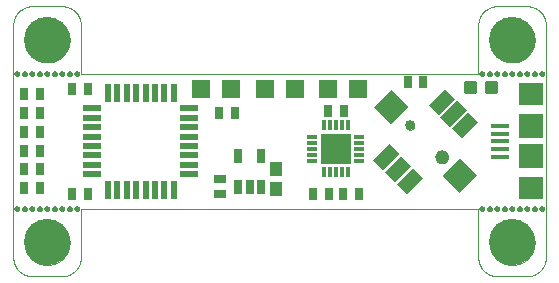
<source format=gts>
G75*
%MOIN*%
%OFA0B0*%
%FSLAX25Y25*%
%IPPOS*%
%LPD*%
%AMOC8*
5,1,8,0,0,1.08239X$1,22.5*
%
%ADD10C,0.00000*%
%ADD11C,0.15400*%
%ADD12C,0.01900*%
%ADD13R,0.07683X0.04731*%
%ADD14R,0.08274X0.07880*%
%ADD15C,0.03353*%
%ADD16C,0.04534*%
%ADD17R,0.05912X0.01778*%
%ADD18R,0.07880X0.07487*%
%ADD19R,0.07880X0.07880*%
%ADD20R,0.02565X0.05124*%
%ADD21C,0.01301*%
%ADD22R,0.06400X0.06400*%
%ADD23R,0.04337X0.04731*%
%ADD24R,0.03943X0.03156*%
%ADD25R,0.03156X0.03943*%
%ADD26R,0.02369X0.06109*%
%ADD27R,0.06109X0.02369*%
%ADD28R,0.03353X0.01581*%
%ADD29R,0.01581X0.03353*%
%ADD30R,0.10236X0.10236*%
%ADD31R,0.10243X0.10243*%
D10*
X0044428Y0027683D02*
X0044428Y0105183D01*
X0044430Y0105339D01*
X0044436Y0105495D01*
X0044445Y0105650D01*
X0044459Y0105805D01*
X0044477Y0105960D01*
X0044498Y0106115D01*
X0044523Y0106268D01*
X0044552Y0106421D01*
X0044585Y0106574D01*
X0044621Y0106725D01*
X0044662Y0106876D01*
X0044706Y0107025D01*
X0044753Y0107174D01*
X0044805Y0107321D01*
X0044860Y0107466D01*
X0044919Y0107611D01*
X0044981Y0107754D01*
X0045047Y0107895D01*
X0045116Y0108034D01*
X0045189Y0108172D01*
X0045265Y0108308D01*
X0045345Y0108442D01*
X0045428Y0108574D01*
X0045514Y0108704D01*
X0045603Y0108831D01*
X0045696Y0108957D01*
X0045792Y0109080D01*
X0045890Y0109200D01*
X0045992Y0109319D01*
X0046096Y0109434D01*
X0046204Y0109547D01*
X0046314Y0109657D01*
X0046427Y0109765D01*
X0046542Y0109869D01*
X0046661Y0109971D01*
X0046781Y0110069D01*
X0046904Y0110165D01*
X0047030Y0110258D01*
X0047157Y0110347D01*
X0047287Y0110433D01*
X0047419Y0110516D01*
X0047553Y0110596D01*
X0047689Y0110672D01*
X0047827Y0110745D01*
X0047966Y0110814D01*
X0048107Y0110880D01*
X0048250Y0110942D01*
X0048395Y0111001D01*
X0048540Y0111056D01*
X0048687Y0111108D01*
X0048836Y0111155D01*
X0048985Y0111199D01*
X0049136Y0111240D01*
X0049287Y0111276D01*
X0049440Y0111309D01*
X0049593Y0111338D01*
X0049746Y0111363D01*
X0049901Y0111384D01*
X0050056Y0111402D01*
X0050211Y0111416D01*
X0050366Y0111425D01*
X0050522Y0111431D01*
X0050678Y0111433D01*
X0060678Y0111433D01*
X0060834Y0111431D01*
X0060990Y0111425D01*
X0061145Y0111416D01*
X0061300Y0111402D01*
X0061455Y0111384D01*
X0061610Y0111363D01*
X0061763Y0111338D01*
X0061916Y0111309D01*
X0062069Y0111276D01*
X0062220Y0111240D01*
X0062371Y0111199D01*
X0062520Y0111155D01*
X0062669Y0111108D01*
X0062816Y0111056D01*
X0062961Y0111001D01*
X0063106Y0110942D01*
X0063249Y0110880D01*
X0063390Y0110814D01*
X0063529Y0110745D01*
X0063667Y0110672D01*
X0063803Y0110596D01*
X0063937Y0110516D01*
X0064069Y0110433D01*
X0064199Y0110347D01*
X0064326Y0110258D01*
X0064452Y0110165D01*
X0064575Y0110069D01*
X0064695Y0109971D01*
X0064814Y0109869D01*
X0064929Y0109765D01*
X0065042Y0109657D01*
X0065152Y0109547D01*
X0065260Y0109434D01*
X0065364Y0109319D01*
X0065466Y0109200D01*
X0065564Y0109080D01*
X0065660Y0108957D01*
X0065753Y0108831D01*
X0065842Y0108704D01*
X0065928Y0108574D01*
X0066011Y0108442D01*
X0066091Y0108308D01*
X0066167Y0108172D01*
X0066240Y0108034D01*
X0066309Y0107895D01*
X0066375Y0107754D01*
X0066437Y0107611D01*
X0066496Y0107466D01*
X0066551Y0107321D01*
X0066603Y0107174D01*
X0066650Y0107025D01*
X0066694Y0106876D01*
X0066735Y0106725D01*
X0066771Y0106574D01*
X0066804Y0106421D01*
X0066833Y0106268D01*
X0066858Y0106115D01*
X0066879Y0105960D01*
X0066897Y0105805D01*
X0066911Y0105650D01*
X0066920Y0105495D01*
X0066926Y0105339D01*
X0066928Y0105183D01*
X0066928Y0088933D01*
X0199428Y0088933D01*
X0199428Y0105183D01*
X0199430Y0105339D01*
X0199436Y0105495D01*
X0199445Y0105650D01*
X0199459Y0105805D01*
X0199477Y0105960D01*
X0199498Y0106115D01*
X0199523Y0106268D01*
X0199552Y0106421D01*
X0199585Y0106574D01*
X0199621Y0106725D01*
X0199662Y0106876D01*
X0199706Y0107025D01*
X0199753Y0107174D01*
X0199805Y0107321D01*
X0199860Y0107466D01*
X0199919Y0107611D01*
X0199981Y0107754D01*
X0200047Y0107895D01*
X0200116Y0108034D01*
X0200189Y0108172D01*
X0200265Y0108308D01*
X0200345Y0108442D01*
X0200428Y0108574D01*
X0200514Y0108704D01*
X0200603Y0108831D01*
X0200696Y0108957D01*
X0200792Y0109080D01*
X0200890Y0109200D01*
X0200992Y0109319D01*
X0201096Y0109434D01*
X0201204Y0109547D01*
X0201314Y0109657D01*
X0201427Y0109765D01*
X0201542Y0109869D01*
X0201661Y0109971D01*
X0201781Y0110069D01*
X0201904Y0110165D01*
X0202030Y0110258D01*
X0202157Y0110347D01*
X0202287Y0110433D01*
X0202419Y0110516D01*
X0202553Y0110596D01*
X0202689Y0110672D01*
X0202827Y0110745D01*
X0202966Y0110814D01*
X0203107Y0110880D01*
X0203250Y0110942D01*
X0203395Y0111001D01*
X0203540Y0111056D01*
X0203687Y0111108D01*
X0203836Y0111155D01*
X0203985Y0111199D01*
X0204136Y0111240D01*
X0204287Y0111276D01*
X0204440Y0111309D01*
X0204593Y0111338D01*
X0204746Y0111363D01*
X0204901Y0111384D01*
X0205056Y0111402D01*
X0205211Y0111416D01*
X0205366Y0111425D01*
X0205522Y0111431D01*
X0205678Y0111433D01*
X0215678Y0111433D01*
X0215834Y0111431D01*
X0215990Y0111425D01*
X0216145Y0111416D01*
X0216300Y0111402D01*
X0216455Y0111384D01*
X0216610Y0111363D01*
X0216763Y0111338D01*
X0216916Y0111309D01*
X0217069Y0111276D01*
X0217220Y0111240D01*
X0217371Y0111199D01*
X0217520Y0111155D01*
X0217669Y0111108D01*
X0217816Y0111056D01*
X0217961Y0111001D01*
X0218106Y0110942D01*
X0218249Y0110880D01*
X0218390Y0110814D01*
X0218529Y0110745D01*
X0218667Y0110672D01*
X0218803Y0110596D01*
X0218937Y0110516D01*
X0219069Y0110433D01*
X0219199Y0110347D01*
X0219326Y0110258D01*
X0219452Y0110165D01*
X0219575Y0110069D01*
X0219695Y0109971D01*
X0219814Y0109869D01*
X0219929Y0109765D01*
X0220042Y0109657D01*
X0220152Y0109547D01*
X0220260Y0109434D01*
X0220364Y0109319D01*
X0220466Y0109200D01*
X0220564Y0109080D01*
X0220660Y0108957D01*
X0220753Y0108831D01*
X0220842Y0108704D01*
X0220928Y0108574D01*
X0221011Y0108442D01*
X0221091Y0108308D01*
X0221167Y0108172D01*
X0221240Y0108034D01*
X0221309Y0107895D01*
X0221375Y0107754D01*
X0221437Y0107611D01*
X0221496Y0107466D01*
X0221551Y0107321D01*
X0221603Y0107174D01*
X0221650Y0107025D01*
X0221694Y0106876D01*
X0221735Y0106725D01*
X0221771Y0106574D01*
X0221804Y0106421D01*
X0221833Y0106268D01*
X0221858Y0106115D01*
X0221879Y0105960D01*
X0221897Y0105805D01*
X0221911Y0105650D01*
X0221920Y0105495D01*
X0221926Y0105339D01*
X0221928Y0105183D01*
X0221928Y0027683D01*
X0221926Y0027527D01*
X0221920Y0027371D01*
X0221911Y0027216D01*
X0221897Y0027061D01*
X0221879Y0026906D01*
X0221858Y0026751D01*
X0221833Y0026598D01*
X0221804Y0026445D01*
X0221771Y0026292D01*
X0221735Y0026141D01*
X0221694Y0025990D01*
X0221650Y0025841D01*
X0221603Y0025692D01*
X0221551Y0025545D01*
X0221496Y0025400D01*
X0221437Y0025255D01*
X0221375Y0025112D01*
X0221309Y0024971D01*
X0221240Y0024832D01*
X0221167Y0024694D01*
X0221091Y0024558D01*
X0221011Y0024424D01*
X0220928Y0024292D01*
X0220842Y0024162D01*
X0220753Y0024035D01*
X0220660Y0023909D01*
X0220564Y0023786D01*
X0220466Y0023666D01*
X0220364Y0023547D01*
X0220260Y0023432D01*
X0220152Y0023319D01*
X0220042Y0023209D01*
X0219929Y0023101D01*
X0219814Y0022997D01*
X0219695Y0022895D01*
X0219575Y0022797D01*
X0219452Y0022701D01*
X0219326Y0022608D01*
X0219199Y0022519D01*
X0219069Y0022433D01*
X0218937Y0022350D01*
X0218803Y0022270D01*
X0218667Y0022194D01*
X0218529Y0022121D01*
X0218390Y0022052D01*
X0218249Y0021986D01*
X0218106Y0021924D01*
X0217961Y0021865D01*
X0217816Y0021810D01*
X0217669Y0021758D01*
X0217520Y0021711D01*
X0217371Y0021667D01*
X0217220Y0021626D01*
X0217069Y0021590D01*
X0216916Y0021557D01*
X0216763Y0021528D01*
X0216610Y0021503D01*
X0216455Y0021482D01*
X0216300Y0021464D01*
X0216145Y0021450D01*
X0215990Y0021441D01*
X0215834Y0021435D01*
X0215678Y0021433D01*
X0205678Y0021433D01*
X0205522Y0021435D01*
X0205366Y0021441D01*
X0205211Y0021450D01*
X0205056Y0021464D01*
X0204901Y0021482D01*
X0204746Y0021503D01*
X0204593Y0021528D01*
X0204440Y0021557D01*
X0204287Y0021590D01*
X0204136Y0021626D01*
X0203985Y0021667D01*
X0203836Y0021711D01*
X0203687Y0021758D01*
X0203540Y0021810D01*
X0203395Y0021865D01*
X0203250Y0021924D01*
X0203107Y0021986D01*
X0202966Y0022052D01*
X0202827Y0022121D01*
X0202689Y0022194D01*
X0202553Y0022270D01*
X0202419Y0022350D01*
X0202287Y0022433D01*
X0202157Y0022519D01*
X0202030Y0022608D01*
X0201904Y0022701D01*
X0201781Y0022797D01*
X0201661Y0022895D01*
X0201542Y0022997D01*
X0201427Y0023101D01*
X0201314Y0023209D01*
X0201204Y0023319D01*
X0201096Y0023432D01*
X0200992Y0023547D01*
X0200890Y0023666D01*
X0200792Y0023786D01*
X0200696Y0023909D01*
X0200603Y0024035D01*
X0200514Y0024162D01*
X0200428Y0024292D01*
X0200345Y0024424D01*
X0200265Y0024558D01*
X0200189Y0024694D01*
X0200116Y0024832D01*
X0200047Y0024971D01*
X0199981Y0025112D01*
X0199919Y0025255D01*
X0199860Y0025400D01*
X0199805Y0025545D01*
X0199753Y0025692D01*
X0199706Y0025841D01*
X0199662Y0025990D01*
X0199621Y0026141D01*
X0199585Y0026292D01*
X0199552Y0026445D01*
X0199523Y0026598D01*
X0199498Y0026751D01*
X0199477Y0026906D01*
X0199459Y0027061D01*
X0199445Y0027216D01*
X0199436Y0027371D01*
X0199430Y0027527D01*
X0199428Y0027683D01*
X0199428Y0043933D01*
X0066928Y0043933D01*
X0066928Y0027683D01*
X0066926Y0027527D01*
X0066920Y0027371D01*
X0066911Y0027216D01*
X0066897Y0027061D01*
X0066879Y0026906D01*
X0066858Y0026751D01*
X0066833Y0026598D01*
X0066804Y0026445D01*
X0066771Y0026292D01*
X0066735Y0026141D01*
X0066694Y0025990D01*
X0066650Y0025841D01*
X0066603Y0025692D01*
X0066551Y0025545D01*
X0066496Y0025400D01*
X0066437Y0025255D01*
X0066375Y0025112D01*
X0066309Y0024971D01*
X0066240Y0024832D01*
X0066167Y0024694D01*
X0066091Y0024558D01*
X0066011Y0024424D01*
X0065928Y0024292D01*
X0065842Y0024162D01*
X0065753Y0024035D01*
X0065660Y0023909D01*
X0065564Y0023786D01*
X0065466Y0023666D01*
X0065364Y0023547D01*
X0065260Y0023432D01*
X0065152Y0023319D01*
X0065042Y0023209D01*
X0064929Y0023101D01*
X0064814Y0022997D01*
X0064695Y0022895D01*
X0064575Y0022797D01*
X0064452Y0022701D01*
X0064326Y0022608D01*
X0064199Y0022519D01*
X0064069Y0022433D01*
X0063937Y0022350D01*
X0063803Y0022270D01*
X0063667Y0022194D01*
X0063529Y0022121D01*
X0063390Y0022052D01*
X0063249Y0021986D01*
X0063106Y0021924D01*
X0062961Y0021865D01*
X0062816Y0021810D01*
X0062669Y0021758D01*
X0062520Y0021711D01*
X0062371Y0021667D01*
X0062220Y0021626D01*
X0062069Y0021590D01*
X0061916Y0021557D01*
X0061763Y0021528D01*
X0061610Y0021503D01*
X0061455Y0021482D01*
X0061300Y0021464D01*
X0061145Y0021450D01*
X0060990Y0021441D01*
X0060834Y0021435D01*
X0060678Y0021433D01*
X0050678Y0021433D01*
X0050522Y0021435D01*
X0050366Y0021441D01*
X0050211Y0021450D01*
X0050056Y0021464D01*
X0049901Y0021482D01*
X0049746Y0021503D01*
X0049593Y0021528D01*
X0049440Y0021557D01*
X0049287Y0021590D01*
X0049136Y0021626D01*
X0048985Y0021667D01*
X0048836Y0021711D01*
X0048687Y0021758D01*
X0048540Y0021810D01*
X0048395Y0021865D01*
X0048250Y0021924D01*
X0048107Y0021986D01*
X0047966Y0022052D01*
X0047827Y0022121D01*
X0047689Y0022194D01*
X0047553Y0022270D01*
X0047419Y0022350D01*
X0047287Y0022433D01*
X0047157Y0022519D01*
X0047030Y0022608D01*
X0046904Y0022701D01*
X0046781Y0022797D01*
X0046661Y0022895D01*
X0046542Y0022997D01*
X0046427Y0023101D01*
X0046314Y0023209D01*
X0046204Y0023319D01*
X0046096Y0023432D01*
X0045992Y0023547D01*
X0045890Y0023666D01*
X0045792Y0023786D01*
X0045696Y0023909D01*
X0045603Y0024035D01*
X0045514Y0024162D01*
X0045428Y0024292D01*
X0045345Y0024424D01*
X0045265Y0024558D01*
X0045189Y0024694D01*
X0045116Y0024832D01*
X0045047Y0024971D01*
X0044981Y0025112D01*
X0044919Y0025255D01*
X0044860Y0025400D01*
X0044805Y0025545D01*
X0044753Y0025692D01*
X0044706Y0025841D01*
X0044662Y0025990D01*
X0044621Y0026141D01*
X0044585Y0026292D01*
X0044552Y0026445D01*
X0044523Y0026598D01*
X0044498Y0026751D01*
X0044477Y0026906D01*
X0044459Y0027061D01*
X0044445Y0027216D01*
X0044436Y0027371D01*
X0044430Y0027527D01*
X0044428Y0027683D01*
X0048178Y0032683D02*
X0048180Y0032867D01*
X0048187Y0033051D01*
X0048198Y0033235D01*
X0048214Y0033418D01*
X0048234Y0033601D01*
X0048259Y0033783D01*
X0048288Y0033965D01*
X0048322Y0034146D01*
X0048360Y0034326D01*
X0048403Y0034505D01*
X0048450Y0034683D01*
X0048501Y0034860D01*
X0048557Y0035036D01*
X0048616Y0035210D01*
X0048681Y0035382D01*
X0048749Y0035553D01*
X0048821Y0035722D01*
X0048898Y0035890D01*
X0048979Y0036055D01*
X0049064Y0036218D01*
X0049152Y0036380D01*
X0049245Y0036539D01*
X0049342Y0036695D01*
X0049442Y0036850D01*
X0049546Y0037002D01*
X0049654Y0037151D01*
X0049765Y0037297D01*
X0049880Y0037441D01*
X0049999Y0037582D01*
X0050121Y0037720D01*
X0050246Y0037855D01*
X0050375Y0037986D01*
X0050506Y0038115D01*
X0050641Y0038240D01*
X0050779Y0038362D01*
X0050920Y0038481D01*
X0051064Y0038596D01*
X0051210Y0038707D01*
X0051359Y0038815D01*
X0051511Y0038919D01*
X0051666Y0039019D01*
X0051822Y0039116D01*
X0051981Y0039209D01*
X0052143Y0039297D01*
X0052306Y0039382D01*
X0052471Y0039463D01*
X0052639Y0039540D01*
X0052808Y0039612D01*
X0052979Y0039680D01*
X0053151Y0039745D01*
X0053325Y0039804D01*
X0053501Y0039860D01*
X0053678Y0039911D01*
X0053856Y0039958D01*
X0054035Y0040001D01*
X0054215Y0040039D01*
X0054396Y0040073D01*
X0054578Y0040102D01*
X0054760Y0040127D01*
X0054943Y0040147D01*
X0055126Y0040163D01*
X0055310Y0040174D01*
X0055494Y0040181D01*
X0055678Y0040183D01*
X0055862Y0040181D01*
X0056046Y0040174D01*
X0056230Y0040163D01*
X0056413Y0040147D01*
X0056596Y0040127D01*
X0056778Y0040102D01*
X0056960Y0040073D01*
X0057141Y0040039D01*
X0057321Y0040001D01*
X0057500Y0039958D01*
X0057678Y0039911D01*
X0057855Y0039860D01*
X0058031Y0039804D01*
X0058205Y0039745D01*
X0058377Y0039680D01*
X0058548Y0039612D01*
X0058717Y0039540D01*
X0058885Y0039463D01*
X0059050Y0039382D01*
X0059213Y0039297D01*
X0059375Y0039209D01*
X0059534Y0039116D01*
X0059690Y0039019D01*
X0059845Y0038919D01*
X0059997Y0038815D01*
X0060146Y0038707D01*
X0060292Y0038596D01*
X0060436Y0038481D01*
X0060577Y0038362D01*
X0060715Y0038240D01*
X0060850Y0038115D01*
X0060981Y0037986D01*
X0061110Y0037855D01*
X0061235Y0037720D01*
X0061357Y0037582D01*
X0061476Y0037441D01*
X0061591Y0037297D01*
X0061702Y0037151D01*
X0061810Y0037002D01*
X0061914Y0036850D01*
X0062014Y0036695D01*
X0062111Y0036539D01*
X0062204Y0036380D01*
X0062292Y0036218D01*
X0062377Y0036055D01*
X0062458Y0035890D01*
X0062535Y0035722D01*
X0062607Y0035553D01*
X0062675Y0035382D01*
X0062740Y0035210D01*
X0062799Y0035036D01*
X0062855Y0034860D01*
X0062906Y0034683D01*
X0062953Y0034505D01*
X0062996Y0034326D01*
X0063034Y0034146D01*
X0063068Y0033965D01*
X0063097Y0033783D01*
X0063122Y0033601D01*
X0063142Y0033418D01*
X0063158Y0033235D01*
X0063169Y0033051D01*
X0063176Y0032867D01*
X0063178Y0032683D01*
X0063176Y0032499D01*
X0063169Y0032315D01*
X0063158Y0032131D01*
X0063142Y0031948D01*
X0063122Y0031765D01*
X0063097Y0031583D01*
X0063068Y0031401D01*
X0063034Y0031220D01*
X0062996Y0031040D01*
X0062953Y0030861D01*
X0062906Y0030683D01*
X0062855Y0030506D01*
X0062799Y0030330D01*
X0062740Y0030156D01*
X0062675Y0029984D01*
X0062607Y0029813D01*
X0062535Y0029644D01*
X0062458Y0029476D01*
X0062377Y0029311D01*
X0062292Y0029148D01*
X0062204Y0028986D01*
X0062111Y0028827D01*
X0062014Y0028671D01*
X0061914Y0028516D01*
X0061810Y0028364D01*
X0061702Y0028215D01*
X0061591Y0028069D01*
X0061476Y0027925D01*
X0061357Y0027784D01*
X0061235Y0027646D01*
X0061110Y0027511D01*
X0060981Y0027380D01*
X0060850Y0027251D01*
X0060715Y0027126D01*
X0060577Y0027004D01*
X0060436Y0026885D01*
X0060292Y0026770D01*
X0060146Y0026659D01*
X0059997Y0026551D01*
X0059845Y0026447D01*
X0059690Y0026347D01*
X0059534Y0026250D01*
X0059375Y0026157D01*
X0059213Y0026069D01*
X0059050Y0025984D01*
X0058885Y0025903D01*
X0058717Y0025826D01*
X0058548Y0025754D01*
X0058377Y0025686D01*
X0058205Y0025621D01*
X0058031Y0025562D01*
X0057855Y0025506D01*
X0057678Y0025455D01*
X0057500Y0025408D01*
X0057321Y0025365D01*
X0057141Y0025327D01*
X0056960Y0025293D01*
X0056778Y0025264D01*
X0056596Y0025239D01*
X0056413Y0025219D01*
X0056230Y0025203D01*
X0056046Y0025192D01*
X0055862Y0025185D01*
X0055678Y0025183D01*
X0055494Y0025185D01*
X0055310Y0025192D01*
X0055126Y0025203D01*
X0054943Y0025219D01*
X0054760Y0025239D01*
X0054578Y0025264D01*
X0054396Y0025293D01*
X0054215Y0025327D01*
X0054035Y0025365D01*
X0053856Y0025408D01*
X0053678Y0025455D01*
X0053501Y0025506D01*
X0053325Y0025562D01*
X0053151Y0025621D01*
X0052979Y0025686D01*
X0052808Y0025754D01*
X0052639Y0025826D01*
X0052471Y0025903D01*
X0052306Y0025984D01*
X0052143Y0026069D01*
X0051981Y0026157D01*
X0051822Y0026250D01*
X0051666Y0026347D01*
X0051511Y0026447D01*
X0051359Y0026551D01*
X0051210Y0026659D01*
X0051064Y0026770D01*
X0050920Y0026885D01*
X0050779Y0027004D01*
X0050641Y0027126D01*
X0050506Y0027251D01*
X0050375Y0027380D01*
X0050246Y0027511D01*
X0050121Y0027646D01*
X0049999Y0027784D01*
X0049880Y0027925D01*
X0049765Y0028069D01*
X0049654Y0028215D01*
X0049546Y0028364D01*
X0049442Y0028516D01*
X0049342Y0028671D01*
X0049245Y0028827D01*
X0049152Y0028986D01*
X0049064Y0029148D01*
X0048979Y0029311D01*
X0048898Y0029476D01*
X0048821Y0029644D01*
X0048749Y0029813D01*
X0048681Y0029984D01*
X0048616Y0030156D01*
X0048557Y0030330D01*
X0048501Y0030506D01*
X0048450Y0030683D01*
X0048403Y0030861D01*
X0048360Y0031040D01*
X0048322Y0031220D01*
X0048288Y0031401D01*
X0048259Y0031583D01*
X0048234Y0031765D01*
X0048214Y0031948D01*
X0048198Y0032131D01*
X0048187Y0032315D01*
X0048180Y0032499D01*
X0048178Y0032683D01*
X0047428Y0043933D02*
X0047430Y0043987D01*
X0047436Y0044041D01*
X0047446Y0044094D01*
X0047459Y0044147D01*
X0047476Y0044198D01*
X0047497Y0044248D01*
X0047522Y0044296D01*
X0047550Y0044343D01*
X0047581Y0044387D01*
X0047615Y0044429D01*
X0047652Y0044468D01*
X0047692Y0044505D01*
X0047735Y0044538D01*
X0047780Y0044569D01*
X0047827Y0044596D01*
X0047875Y0044619D01*
X0047926Y0044639D01*
X0047977Y0044656D01*
X0048030Y0044668D01*
X0048083Y0044677D01*
X0048137Y0044682D01*
X0048192Y0044683D01*
X0048246Y0044680D01*
X0048299Y0044673D01*
X0048352Y0044662D01*
X0048405Y0044648D01*
X0048456Y0044630D01*
X0048505Y0044608D01*
X0048553Y0044583D01*
X0048599Y0044554D01*
X0048643Y0044522D01*
X0048684Y0044487D01*
X0048722Y0044449D01*
X0048758Y0044408D01*
X0048791Y0044365D01*
X0048821Y0044320D01*
X0048847Y0044272D01*
X0048870Y0044223D01*
X0048889Y0044172D01*
X0048904Y0044121D01*
X0048916Y0044068D01*
X0048924Y0044014D01*
X0048928Y0043960D01*
X0048928Y0043906D01*
X0048924Y0043852D01*
X0048916Y0043798D01*
X0048904Y0043745D01*
X0048889Y0043694D01*
X0048870Y0043643D01*
X0048847Y0043594D01*
X0048821Y0043546D01*
X0048791Y0043501D01*
X0048758Y0043458D01*
X0048722Y0043417D01*
X0048684Y0043379D01*
X0048643Y0043344D01*
X0048599Y0043312D01*
X0048553Y0043283D01*
X0048505Y0043258D01*
X0048456Y0043236D01*
X0048405Y0043218D01*
X0048352Y0043204D01*
X0048299Y0043193D01*
X0048246Y0043186D01*
X0048192Y0043183D01*
X0048137Y0043184D01*
X0048083Y0043189D01*
X0048030Y0043198D01*
X0047977Y0043210D01*
X0047926Y0043227D01*
X0047875Y0043247D01*
X0047827Y0043270D01*
X0047780Y0043297D01*
X0047735Y0043328D01*
X0047692Y0043361D01*
X0047652Y0043398D01*
X0047615Y0043437D01*
X0047581Y0043479D01*
X0047550Y0043523D01*
X0047522Y0043570D01*
X0047497Y0043618D01*
X0047476Y0043668D01*
X0047459Y0043719D01*
X0047446Y0043772D01*
X0047436Y0043825D01*
X0047430Y0043879D01*
X0047428Y0043933D01*
X0044928Y0043933D02*
X0044930Y0043987D01*
X0044936Y0044041D01*
X0044946Y0044094D01*
X0044959Y0044147D01*
X0044976Y0044198D01*
X0044997Y0044248D01*
X0045022Y0044296D01*
X0045050Y0044343D01*
X0045081Y0044387D01*
X0045115Y0044429D01*
X0045152Y0044468D01*
X0045192Y0044505D01*
X0045235Y0044538D01*
X0045280Y0044569D01*
X0045327Y0044596D01*
X0045375Y0044619D01*
X0045426Y0044639D01*
X0045477Y0044656D01*
X0045530Y0044668D01*
X0045583Y0044677D01*
X0045637Y0044682D01*
X0045692Y0044683D01*
X0045746Y0044680D01*
X0045799Y0044673D01*
X0045852Y0044662D01*
X0045905Y0044648D01*
X0045956Y0044630D01*
X0046005Y0044608D01*
X0046053Y0044583D01*
X0046099Y0044554D01*
X0046143Y0044522D01*
X0046184Y0044487D01*
X0046222Y0044449D01*
X0046258Y0044408D01*
X0046291Y0044365D01*
X0046321Y0044320D01*
X0046347Y0044272D01*
X0046370Y0044223D01*
X0046389Y0044172D01*
X0046404Y0044121D01*
X0046416Y0044068D01*
X0046424Y0044014D01*
X0046428Y0043960D01*
X0046428Y0043906D01*
X0046424Y0043852D01*
X0046416Y0043798D01*
X0046404Y0043745D01*
X0046389Y0043694D01*
X0046370Y0043643D01*
X0046347Y0043594D01*
X0046321Y0043546D01*
X0046291Y0043501D01*
X0046258Y0043458D01*
X0046222Y0043417D01*
X0046184Y0043379D01*
X0046143Y0043344D01*
X0046099Y0043312D01*
X0046053Y0043283D01*
X0046005Y0043258D01*
X0045956Y0043236D01*
X0045905Y0043218D01*
X0045852Y0043204D01*
X0045799Y0043193D01*
X0045746Y0043186D01*
X0045692Y0043183D01*
X0045637Y0043184D01*
X0045583Y0043189D01*
X0045530Y0043198D01*
X0045477Y0043210D01*
X0045426Y0043227D01*
X0045375Y0043247D01*
X0045327Y0043270D01*
X0045280Y0043297D01*
X0045235Y0043328D01*
X0045192Y0043361D01*
X0045152Y0043398D01*
X0045115Y0043437D01*
X0045081Y0043479D01*
X0045050Y0043523D01*
X0045022Y0043570D01*
X0044997Y0043618D01*
X0044976Y0043668D01*
X0044959Y0043719D01*
X0044946Y0043772D01*
X0044936Y0043825D01*
X0044930Y0043879D01*
X0044928Y0043933D01*
X0049928Y0043933D02*
X0049930Y0043987D01*
X0049936Y0044041D01*
X0049946Y0044094D01*
X0049959Y0044147D01*
X0049976Y0044198D01*
X0049997Y0044248D01*
X0050022Y0044296D01*
X0050050Y0044343D01*
X0050081Y0044387D01*
X0050115Y0044429D01*
X0050152Y0044468D01*
X0050192Y0044505D01*
X0050235Y0044538D01*
X0050280Y0044569D01*
X0050327Y0044596D01*
X0050375Y0044619D01*
X0050426Y0044639D01*
X0050477Y0044656D01*
X0050530Y0044668D01*
X0050583Y0044677D01*
X0050637Y0044682D01*
X0050692Y0044683D01*
X0050746Y0044680D01*
X0050799Y0044673D01*
X0050852Y0044662D01*
X0050905Y0044648D01*
X0050956Y0044630D01*
X0051005Y0044608D01*
X0051053Y0044583D01*
X0051099Y0044554D01*
X0051143Y0044522D01*
X0051184Y0044487D01*
X0051222Y0044449D01*
X0051258Y0044408D01*
X0051291Y0044365D01*
X0051321Y0044320D01*
X0051347Y0044272D01*
X0051370Y0044223D01*
X0051389Y0044172D01*
X0051404Y0044121D01*
X0051416Y0044068D01*
X0051424Y0044014D01*
X0051428Y0043960D01*
X0051428Y0043906D01*
X0051424Y0043852D01*
X0051416Y0043798D01*
X0051404Y0043745D01*
X0051389Y0043694D01*
X0051370Y0043643D01*
X0051347Y0043594D01*
X0051321Y0043546D01*
X0051291Y0043501D01*
X0051258Y0043458D01*
X0051222Y0043417D01*
X0051184Y0043379D01*
X0051143Y0043344D01*
X0051099Y0043312D01*
X0051053Y0043283D01*
X0051005Y0043258D01*
X0050956Y0043236D01*
X0050905Y0043218D01*
X0050852Y0043204D01*
X0050799Y0043193D01*
X0050746Y0043186D01*
X0050692Y0043183D01*
X0050637Y0043184D01*
X0050583Y0043189D01*
X0050530Y0043198D01*
X0050477Y0043210D01*
X0050426Y0043227D01*
X0050375Y0043247D01*
X0050327Y0043270D01*
X0050280Y0043297D01*
X0050235Y0043328D01*
X0050192Y0043361D01*
X0050152Y0043398D01*
X0050115Y0043437D01*
X0050081Y0043479D01*
X0050050Y0043523D01*
X0050022Y0043570D01*
X0049997Y0043618D01*
X0049976Y0043668D01*
X0049959Y0043719D01*
X0049946Y0043772D01*
X0049936Y0043825D01*
X0049930Y0043879D01*
X0049928Y0043933D01*
X0052428Y0043933D02*
X0052430Y0043987D01*
X0052436Y0044041D01*
X0052446Y0044094D01*
X0052459Y0044147D01*
X0052476Y0044198D01*
X0052497Y0044248D01*
X0052522Y0044296D01*
X0052550Y0044343D01*
X0052581Y0044387D01*
X0052615Y0044429D01*
X0052652Y0044468D01*
X0052692Y0044505D01*
X0052735Y0044538D01*
X0052780Y0044569D01*
X0052827Y0044596D01*
X0052875Y0044619D01*
X0052926Y0044639D01*
X0052977Y0044656D01*
X0053030Y0044668D01*
X0053083Y0044677D01*
X0053137Y0044682D01*
X0053192Y0044683D01*
X0053246Y0044680D01*
X0053299Y0044673D01*
X0053352Y0044662D01*
X0053405Y0044648D01*
X0053456Y0044630D01*
X0053505Y0044608D01*
X0053553Y0044583D01*
X0053599Y0044554D01*
X0053643Y0044522D01*
X0053684Y0044487D01*
X0053722Y0044449D01*
X0053758Y0044408D01*
X0053791Y0044365D01*
X0053821Y0044320D01*
X0053847Y0044272D01*
X0053870Y0044223D01*
X0053889Y0044172D01*
X0053904Y0044121D01*
X0053916Y0044068D01*
X0053924Y0044014D01*
X0053928Y0043960D01*
X0053928Y0043906D01*
X0053924Y0043852D01*
X0053916Y0043798D01*
X0053904Y0043745D01*
X0053889Y0043694D01*
X0053870Y0043643D01*
X0053847Y0043594D01*
X0053821Y0043546D01*
X0053791Y0043501D01*
X0053758Y0043458D01*
X0053722Y0043417D01*
X0053684Y0043379D01*
X0053643Y0043344D01*
X0053599Y0043312D01*
X0053553Y0043283D01*
X0053505Y0043258D01*
X0053456Y0043236D01*
X0053405Y0043218D01*
X0053352Y0043204D01*
X0053299Y0043193D01*
X0053246Y0043186D01*
X0053192Y0043183D01*
X0053137Y0043184D01*
X0053083Y0043189D01*
X0053030Y0043198D01*
X0052977Y0043210D01*
X0052926Y0043227D01*
X0052875Y0043247D01*
X0052827Y0043270D01*
X0052780Y0043297D01*
X0052735Y0043328D01*
X0052692Y0043361D01*
X0052652Y0043398D01*
X0052615Y0043437D01*
X0052581Y0043479D01*
X0052550Y0043523D01*
X0052522Y0043570D01*
X0052497Y0043618D01*
X0052476Y0043668D01*
X0052459Y0043719D01*
X0052446Y0043772D01*
X0052436Y0043825D01*
X0052430Y0043879D01*
X0052428Y0043933D01*
X0054928Y0043933D02*
X0054930Y0043987D01*
X0054936Y0044041D01*
X0054946Y0044094D01*
X0054959Y0044147D01*
X0054976Y0044198D01*
X0054997Y0044248D01*
X0055022Y0044296D01*
X0055050Y0044343D01*
X0055081Y0044387D01*
X0055115Y0044429D01*
X0055152Y0044468D01*
X0055192Y0044505D01*
X0055235Y0044538D01*
X0055280Y0044569D01*
X0055327Y0044596D01*
X0055375Y0044619D01*
X0055426Y0044639D01*
X0055477Y0044656D01*
X0055530Y0044668D01*
X0055583Y0044677D01*
X0055637Y0044682D01*
X0055692Y0044683D01*
X0055746Y0044680D01*
X0055799Y0044673D01*
X0055852Y0044662D01*
X0055905Y0044648D01*
X0055956Y0044630D01*
X0056005Y0044608D01*
X0056053Y0044583D01*
X0056099Y0044554D01*
X0056143Y0044522D01*
X0056184Y0044487D01*
X0056222Y0044449D01*
X0056258Y0044408D01*
X0056291Y0044365D01*
X0056321Y0044320D01*
X0056347Y0044272D01*
X0056370Y0044223D01*
X0056389Y0044172D01*
X0056404Y0044121D01*
X0056416Y0044068D01*
X0056424Y0044014D01*
X0056428Y0043960D01*
X0056428Y0043906D01*
X0056424Y0043852D01*
X0056416Y0043798D01*
X0056404Y0043745D01*
X0056389Y0043694D01*
X0056370Y0043643D01*
X0056347Y0043594D01*
X0056321Y0043546D01*
X0056291Y0043501D01*
X0056258Y0043458D01*
X0056222Y0043417D01*
X0056184Y0043379D01*
X0056143Y0043344D01*
X0056099Y0043312D01*
X0056053Y0043283D01*
X0056005Y0043258D01*
X0055956Y0043236D01*
X0055905Y0043218D01*
X0055852Y0043204D01*
X0055799Y0043193D01*
X0055746Y0043186D01*
X0055692Y0043183D01*
X0055637Y0043184D01*
X0055583Y0043189D01*
X0055530Y0043198D01*
X0055477Y0043210D01*
X0055426Y0043227D01*
X0055375Y0043247D01*
X0055327Y0043270D01*
X0055280Y0043297D01*
X0055235Y0043328D01*
X0055192Y0043361D01*
X0055152Y0043398D01*
X0055115Y0043437D01*
X0055081Y0043479D01*
X0055050Y0043523D01*
X0055022Y0043570D01*
X0054997Y0043618D01*
X0054976Y0043668D01*
X0054959Y0043719D01*
X0054946Y0043772D01*
X0054936Y0043825D01*
X0054930Y0043879D01*
X0054928Y0043933D01*
X0057428Y0043933D02*
X0057430Y0043987D01*
X0057436Y0044041D01*
X0057446Y0044094D01*
X0057459Y0044147D01*
X0057476Y0044198D01*
X0057497Y0044248D01*
X0057522Y0044296D01*
X0057550Y0044343D01*
X0057581Y0044387D01*
X0057615Y0044429D01*
X0057652Y0044468D01*
X0057692Y0044505D01*
X0057735Y0044538D01*
X0057780Y0044569D01*
X0057827Y0044596D01*
X0057875Y0044619D01*
X0057926Y0044639D01*
X0057977Y0044656D01*
X0058030Y0044668D01*
X0058083Y0044677D01*
X0058137Y0044682D01*
X0058192Y0044683D01*
X0058246Y0044680D01*
X0058299Y0044673D01*
X0058352Y0044662D01*
X0058405Y0044648D01*
X0058456Y0044630D01*
X0058505Y0044608D01*
X0058553Y0044583D01*
X0058599Y0044554D01*
X0058643Y0044522D01*
X0058684Y0044487D01*
X0058722Y0044449D01*
X0058758Y0044408D01*
X0058791Y0044365D01*
X0058821Y0044320D01*
X0058847Y0044272D01*
X0058870Y0044223D01*
X0058889Y0044172D01*
X0058904Y0044121D01*
X0058916Y0044068D01*
X0058924Y0044014D01*
X0058928Y0043960D01*
X0058928Y0043906D01*
X0058924Y0043852D01*
X0058916Y0043798D01*
X0058904Y0043745D01*
X0058889Y0043694D01*
X0058870Y0043643D01*
X0058847Y0043594D01*
X0058821Y0043546D01*
X0058791Y0043501D01*
X0058758Y0043458D01*
X0058722Y0043417D01*
X0058684Y0043379D01*
X0058643Y0043344D01*
X0058599Y0043312D01*
X0058553Y0043283D01*
X0058505Y0043258D01*
X0058456Y0043236D01*
X0058405Y0043218D01*
X0058352Y0043204D01*
X0058299Y0043193D01*
X0058246Y0043186D01*
X0058192Y0043183D01*
X0058137Y0043184D01*
X0058083Y0043189D01*
X0058030Y0043198D01*
X0057977Y0043210D01*
X0057926Y0043227D01*
X0057875Y0043247D01*
X0057827Y0043270D01*
X0057780Y0043297D01*
X0057735Y0043328D01*
X0057692Y0043361D01*
X0057652Y0043398D01*
X0057615Y0043437D01*
X0057581Y0043479D01*
X0057550Y0043523D01*
X0057522Y0043570D01*
X0057497Y0043618D01*
X0057476Y0043668D01*
X0057459Y0043719D01*
X0057446Y0043772D01*
X0057436Y0043825D01*
X0057430Y0043879D01*
X0057428Y0043933D01*
X0059928Y0043933D02*
X0059930Y0043987D01*
X0059936Y0044041D01*
X0059946Y0044094D01*
X0059959Y0044147D01*
X0059976Y0044198D01*
X0059997Y0044248D01*
X0060022Y0044296D01*
X0060050Y0044343D01*
X0060081Y0044387D01*
X0060115Y0044429D01*
X0060152Y0044468D01*
X0060192Y0044505D01*
X0060235Y0044538D01*
X0060280Y0044569D01*
X0060327Y0044596D01*
X0060375Y0044619D01*
X0060426Y0044639D01*
X0060477Y0044656D01*
X0060530Y0044668D01*
X0060583Y0044677D01*
X0060637Y0044682D01*
X0060692Y0044683D01*
X0060746Y0044680D01*
X0060799Y0044673D01*
X0060852Y0044662D01*
X0060905Y0044648D01*
X0060956Y0044630D01*
X0061005Y0044608D01*
X0061053Y0044583D01*
X0061099Y0044554D01*
X0061143Y0044522D01*
X0061184Y0044487D01*
X0061222Y0044449D01*
X0061258Y0044408D01*
X0061291Y0044365D01*
X0061321Y0044320D01*
X0061347Y0044272D01*
X0061370Y0044223D01*
X0061389Y0044172D01*
X0061404Y0044121D01*
X0061416Y0044068D01*
X0061424Y0044014D01*
X0061428Y0043960D01*
X0061428Y0043906D01*
X0061424Y0043852D01*
X0061416Y0043798D01*
X0061404Y0043745D01*
X0061389Y0043694D01*
X0061370Y0043643D01*
X0061347Y0043594D01*
X0061321Y0043546D01*
X0061291Y0043501D01*
X0061258Y0043458D01*
X0061222Y0043417D01*
X0061184Y0043379D01*
X0061143Y0043344D01*
X0061099Y0043312D01*
X0061053Y0043283D01*
X0061005Y0043258D01*
X0060956Y0043236D01*
X0060905Y0043218D01*
X0060852Y0043204D01*
X0060799Y0043193D01*
X0060746Y0043186D01*
X0060692Y0043183D01*
X0060637Y0043184D01*
X0060583Y0043189D01*
X0060530Y0043198D01*
X0060477Y0043210D01*
X0060426Y0043227D01*
X0060375Y0043247D01*
X0060327Y0043270D01*
X0060280Y0043297D01*
X0060235Y0043328D01*
X0060192Y0043361D01*
X0060152Y0043398D01*
X0060115Y0043437D01*
X0060081Y0043479D01*
X0060050Y0043523D01*
X0060022Y0043570D01*
X0059997Y0043618D01*
X0059976Y0043668D01*
X0059959Y0043719D01*
X0059946Y0043772D01*
X0059936Y0043825D01*
X0059930Y0043879D01*
X0059928Y0043933D01*
X0062428Y0043933D02*
X0062430Y0043987D01*
X0062436Y0044041D01*
X0062446Y0044094D01*
X0062459Y0044147D01*
X0062476Y0044198D01*
X0062497Y0044248D01*
X0062522Y0044296D01*
X0062550Y0044343D01*
X0062581Y0044387D01*
X0062615Y0044429D01*
X0062652Y0044468D01*
X0062692Y0044505D01*
X0062735Y0044538D01*
X0062780Y0044569D01*
X0062827Y0044596D01*
X0062875Y0044619D01*
X0062926Y0044639D01*
X0062977Y0044656D01*
X0063030Y0044668D01*
X0063083Y0044677D01*
X0063137Y0044682D01*
X0063192Y0044683D01*
X0063246Y0044680D01*
X0063299Y0044673D01*
X0063352Y0044662D01*
X0063405Y0044648D01*
X0063456Y0044630D01*
X0063505Y0044608D01*
X0063553Y0044583D01*
X0063599Y0044554D01*
X0063643Y0044522D01*
X0063684Y0044487D01*
X0063722Y0044449D01*
X0063758Y0044408D01*
X0063791Y0044365D01*
X0063821Y0044320D01*
X0063847Y0044272D01*
X0063870Y0044223D01*
X0063889Y0044172D01*
X0063904Y0044121D01*
X0063916Y0044068D01*
X0063924Y0044014D01*
X0063928Y0043960D01*
X0063928Y0043906D01*
X0063924Y0043852D01*
X0063916Y0043798D01*
X0063904Y0043745D01*
X0063889Y0043694D01*
X0063870Y0043643D01*
X0063847Y0043594D01*
X0063821Y0043546D01*
X0063791Y0043501D01*
X0063758Y0043458D01*
X0063722Y0043417D01*
X0063684Y0043379D01*
X0063643Y0043344D01*
X0063599Y0043312D01*
X0063553Y0043283D01*
X0063505Y0043258D01*
X0063456Y0043236D01*
X0063405Y0043218D01*
X0063352Y0043204D01*
X0063299Y0043193D01*
X0063246Y0043186D01*
X0063192Y0043183D01*
X0063137Y0043184D01*
X0063083Y0043189D01*
X0063030Y0043198D01*
X0062977Y0043210D01*
X0062926Y0043227D01*
X0062875Y0043247D01*
X0062827Y0043270D01*
X0062780Y0043297D01*
X0062735Y0043328D01*
X0062692Y0043361D01*
X0062652Y0043398D01*
X0062615Y0043437D01*
X0062581Y0043479D01*
X0062550Y0043523D01*
X0062522Y0043570D01*
X0062497Y0043618D01*
X0062476Y0043668D01*
X0062459Y0043719D01*
X0062446Y0043772D01*
X0062436Y0043825D01*
X0062430Y0043879D01*
X0062428Y0043933D01*
X0064928Y0043933D02*
X0064930Y0043987D01*
X0064936Y0044041D01*
X0064946Y0044094D01*
X0064959Y0044147D01*
X0064976Y0044198D01*
X0064997Y0044248D01*
X0065022Y0044296D01*
X0065050Y0044343D01*
X0065081Y0044387D01*
X0065115Y0044429D01*
X0065152Y0044468D01*
X0065192Y0044505D01*
X0065235Y0044538D01*
X0065280Y0044569D01*
X0065327Y0044596D01*
X0065375Y0044619D01*
X0065426Y0044639D01*
X0065477Y0044656D01*
X0065530Y0044668D01*
X0065583Y0044677D01*
X0065637Y0044682D01*
X0065692Y0044683D01*
X0065746Y0044680D01*
X0065799Y0044673D01*
X0065852Y0044662D01*
X0065905Y0044648D01*
X0065956Y0044630D01*
X0066005Y0044608D01*
X0066053Y0044583D01*
X0066099Y0044554D01*
X0066143Y0044522D01*
X0066184Y0044487D01*
X0066222Y0044449D01*
X0066258Y0044408D01*
X0066291Y0044365D01*
X0066321Y0044320D01*
X0066347Y0044272D01*
X0066370Y0044223D01*
X0066389Y0044172D01*
X0066404Y0044121D01*
X0066416Y0044068D01*
X0066424Y0044014D01*
X0066428Y0043960D01*
X0066428Y0043906D01*
X0066424Y0043852D01*
X0066416Y0043798D01*
X0066404Y0043745D01*
X0066389Y0043694D01*
X0066370Y0043643D01*
X0066347Y0043594D01*
X0066321Y0043546D01*
X0066291Y0043501D01*
X0066258Y0043458D01*
X0066222Y0043417D01*
X0066184Y0043379D01*
X0066143Y0043344D01*
X0066099Y0043312D01*
X0066053Y0043283D01*
X0066005Y0043258D01*
X0065956Y0043236D01*
X0065905Y0043218D01*
X0065852Y0043204D01*
X0065799Y0043193D01*
X0065746Y0043186D01*
X0065692Y0043183D01*
X0065637Y0043184D01*
X0065583Y0043189D01*
X0065530Y0043198D01*
X0065477Y0043210D01*
X0065426Y0043227D01*
X0065375Y0043247D01*
X0065327Y0043270D01*
X0065280Y0043297D01*
X0065235Y0043328D01*
X0065192Y0043361D01*
X0065152Y0043398D01*
X0065115Y0043437D01*
X0065081Y0043479D01*
X0065050Y0043523D01*
X0065022Y0043570D01*
X0064997Y0043618D01*
X0064976Y0043668D01*
X0064959Y0043719D01*
X0064946Y0043772D01*
X0064936Y0043825D01*
X0064930Y0043879D01*
X0064928Y0043933D01*
X0064928Y0088933D02*
X0064930Y0088987D01*
X0064936Y0089041D01*
X0064946Y0089094D01*
X0064959Y0089147D01*
X0064976Y0089198D01*
X0064997Y0089248D01*
X0065022Y0089296D01*
X0065050Y0089343D01*
X0065081Y0089387D01*
X0065115Y0089429D01*
X0065152Y0089468D01*
X0065192Y0089505D01*
X0065235Y0089538D01*
X0065280Y0089569D01*
X0065327Y0089596D01*
X0065375Y0089619D01*
X0065426Y0089639D01*
X0065477Y0089656D01*
X0065530Y0089668D01*
X0065583Y0089677D01*
X0065637Y0089682D01*
X0065692Y0089683D01*
X0065746Y0089680D01*
X0065799Y0089673D01*
X0065852Y0089662D01*
X0065905Y0089648D01*
X0065956Y0089630D01*
X0066005Y0089608D01*
X0066053Y0089583D01*
X0066099Y0089554D01*
X0066143Y0089522D01*
X0066184Y0089487D01*
X0066222Y0089449D01*
X0066258Y0089408D01*
X0066291Y0089365D01*
X0066321Y0089320D01*
X0066347Y0089272D01*
X0066370Y0089223D01*
X0066389Y0089172D01*
X0066404Y0089121D01*
X0066416Y0089068D01*
X0066424Y0089014D01*
X0066428Y0088960D01*
X0066428Y0088906D01*
X0066424Y0088852D01*
X0066416Y0088798D01*
X0066404Y0088745D01*
X0066389Y0088694D01*
X0066370Y0088643D01*
X0066347Y0088594D01*
X0066321Y0088546D01*
X0066291Y0088501D01*
X0066258Y0088458D01*
X0066222Y0088417D01*
X0066184Y0088379D01*
X0066143Y0088344D01*
X0066099Y0088312D01*
X0066053Y0088283D01*
X0066005Y0088258D01*
X0065956Y0088236D01*
X0065905Y0088218D01*
X0065852Y0088204D01*
X0065799Y0088193D01*
X0065746Y0088186D01*
X0065692Y0088183D01*
X0065637Y0088184D01*
X0065583Y0088189D01*
X0065530Y0088198D01*
X0065477Y0088210D01*
X0065426Y0088227D01*
X0065375Y0088247D01*
X0065327Y0088270D01*
X0065280Y0088297D01*
X0065235Y0088328D01*
X0065192Y0088361D01*
X0065152Y0088398D01*
X0065115Y0088437D01*
X0065081Y0088479D01*
X0065050Y0088523D01*
X0065022Y0088570D01*
X0064997Y0088618D01*
X0064976Y0088668D01*
X0064959Y0088719D01*
X0064946Y0088772D01*
X0064936Y0088825D01*
X0064930Y0088879D01*
X0064928Y0088933D01*
X0062428Y0088933D02*
X0062430Y0088987D01*
X0062436Y0089041D01*
X0062446Y0089094D01*
X0062459Y0089147D01*
X0062476Y0089198D01*
X0062497Y0089248D01*
X0062522Y0089296D01*
X0062550Y0089343D01*
X0062581Y0089387D01*
X0062615Y0089429D01*
X0062652Y0089468D01*
X0062692Y0089505D01*
X0062735Y0089538D01*
X0062780Y0089569D01*
X0062827Y0089596D01*
X0062875Y0089619D01*
X0062926Y0089639D01*
X0062977Y0089656D01*
X0063030Y0089668D01*
X0063083Y0089677D01*
X0063137Y0089682D01*
X0063192Y0089683D01*
X0063246Y0089680D01*
X0063299Y0089673D01*
X0063352Y0089662D01*
X0063405Y0089648D01*
X0063456Y0089630D01*
X0063505Y0089608D01*
X0063553Y0089583D01*
X0063599Y0089554D01*
X0063643Y0089522D01*
X0063684Y0089487D01*
X0063722Y0089449D01*
X0063758Y0089408D01*
X0063791Y0089365D01*
X0063821Y0089320D01*
X0063847Y0089272D01*
X0063870Y0089223D01*
X0063889Y0089172D01*
X0063904Y0089121D01*
X0063916Y0089068D01*
X0063924Y0089014D01*
X0063928Y0088960D01*
X0063928Y0088906D01*
X0063924Y0088852D01*
X0063916Y0088798D01*
X0063904Y0088745D01*
X0063889Y0088694D01*
X0063870Y0088643D01*
X0063847Y0088594D01*
X0063821Y0088546D01*
X0063791Y0088501D01*
X0063758Y0088458D01*
X0063722Y0088417D01*
X0063684Y0088379D01*
X0063643Y0088344D01*
X0063599Y0088312D01*
X0063553Y0088283D01*
X0063505Y0088258D01*
X0063456Y0088236D01*
X0063405Y0088218D01*
X0063352Y0088204D01*
X0063299Y0088193D01*
X0063246Y0088186D01*
X0063192Y0088183D01*
X0063137Y0088184D01*
X0063083Y0088189D01*
X0063030Y0088198D01*
X0062977Y0088210D01*
X0062926Y0088227D01*
X0062875Y0088247D01*
X0062827Y0088270D01*
X0062780Y0088297D01*
X0062735Y0088328D01*
X0062692Y0088361D01*
X0062652Y0088398D01*
X0062615Y0088437D01*
X0062581Y0088479D01*
X0062550Y0088523D01*
X0062522Y0088570D01*
X0062497Y0088618D01*
X0062476Y0088668D01*
X0062459Y0088719D01*
X0062446Y0088772D01*
X0062436Y0088825D01*
X0062430Y0088879D01*
X0062428Y0088933D01*
X0059928Y0088933D02*
X0059930Y0088987D01*
X0059936Y0089041D01*
X0059946Y0089094D01*
X0059959Y0089147D01*
X0059976Y0089198D01*
X0059997Y0089248D01*
X0060022Y0089296D01*
X0060050Y0089343D01*
X0060081Y0089387D01*
X0060115Y0089429D01*
X0060152Y0089468D01*
X0060192Y0089505D01*
X0060235Y0089538D01*
X0060280Y0089569D01*
X0060327Y0089596D01*
X0060375Y0089619D01*
X0060426Y0089639D01*
X0060477Y0089656D01*
X0060530Y0089668D01*
X0060583Y0089677D01*
X0060637Y0089682D01*
X0060692Y0089683D01*
X0060746Y0089680D01*
X0060799Y0089673D01*
X0060852Y0089662D01*
X0060905Y0089648D01*
X0060956Y0089630D01*
X0061005Y0089608D01*
X0061053Y0089583D01*
X0061099Y0089554D01*
X0061143Y0089522D01*
X0061184Y0089487D01*
X0061222Y0089449D01*
X0061258Y0089408D01*
X0061291Y0089365D01*
X0061321Y0089320D01*
X0061347Y0089272D01*
X0061370Y0089223D01*
X0061389Y0089172D01*
X0061404Y0089121D01*
X0061416Y0089068D01*
X0061424Y0089014D01*
X0061428Y0088960D01*
X0061428Y0088906D01*
X0061424Y0088852D01*
X0061416Y0088798D01*
X0061404Y0088745D01*
X0061389Y0088694D01*
X0061370Y0088643D01*
X0061347Y0088594D01*
X0061321Y0088546D01*
X0061291Y0088501D01*
X0061258Y0088458D01*
X0061222Y0088417D01*
X0061184Y0088379D01*
X0061143Y0088344D01*
X0061099Y0088312D01*
X0061053Y0088283D01*
X0061005Y0088258D01*
X0060956Y0088236D01*
X0060905Y0088218D01*
X0060852Y0088204D01*
X0060799Y0088193D01*
X0060746Y0088186D01*
X0060692Y0088183D01*
X0060637Y0088184D01*
X0060583Y0088189D01*
X0060530Y0088198D01*
X0060477Y0088210D01*
X0060426Y0088227D01*
X0060375Y0088247D01*
X0060327Y0088270D01*
X0060280Y0088297D01*
X0060235Y0088328D01*
X0060192Y0088361D01*
X0060152Y0088398D01*
X0060115Y0088437D01*
X0060081Y0088479D01*
X0060050Y0088523D01*
X0060022Y0088570D01*
X0059997Y0088618D01*
X0059976Y0088668D01*
X0059959Y0088719D01*
X0059946Y0088772D01*
X0059936Y0088825D01*
X0059930Y0088879D01*
X0059928Y0088933D01*
X0057428Y0088933D02*
X0057430Y0088987D01*
X0057436Y0089041D01*
X0057446Y0089094D01*
X0057459Y0089147D01*
X0057476Y0089198D01*
X0057497Y0089248D01*
X0057522Y0089296D01*
X0057550Y0089343D01*
X0057581Y0089387D01*
X0057615Y0089429D01*
X0057652Y0089468D01*
X0057692Y0089505D01*
X0057735Y0089538D01*
X0057780Y0089569D01*
X0057827Y0089596D01*
X0057875Y0089619D01*
X0057926Y0089639D01*
X0057977Y0089656D01*
X0058030Y0089668D01*
X0058083Y0089677D01*
X0058137Y0089682D01*
X0058192Y0089683D01*
X0058246Y0089680D01*
X0058299Y0089673D01*
X0058352Y0089662D01*
X0058405Y0089648D01*
X0058456Y0089630D01*
X0058505Y0089608D01*
X0058553Y0089583D01*
X0058599Y0089554D01*
X0058643Y0089522D01*
X0058684Y0089487D01*
X0058722Y0089449D01*
X0058758Y0089408D01*
X0058791Y0089365D01*
X0058821Y0089320D01*
X0058847Y0089272D01*
X0058870Y0089223D01*
X0058889Y0089172D01*
X0058904Y0089121D01*
X0058916Y0089068D01*
X0058924Y0089014D01*
X0058928Y0088960D01*
X0058928Y0088906D01*
X0058924Y0088852D01*
X0058916Y0088798D01*
X0058904Y0088745D01*
X0058889Y0088694D01*
X0058870Y0088643D01*
X0058847Y0088594D01*
X0058821Y0088546D01*
X0058791Y0088501D01*
X0058758Y0088458D01*
X0058722Y0088417D01*
X0058684Y0088379D01*
X0058643Y0088344D01*
X0058599Y0088312D01*
X0058553Y0088283D01*
X0058505Y0088258D01*
X0058456Y0088236D01*
X0058405Y0088218D01*
X0058352Y0088204D01*
X0058299Y0088193D01*
X0058246Y0088186D01*
X0058192Y0088183D01*
X0058137Y0088184D01*
X0058083Y0088189D01*
X0058030Y0088198D01*
X0057977Y0088210D01*
X0057926Y0088227D01*
X0057875Y0088247D01*
X0057827Y0088270D01*
X0057780Y0088297D01*
X0057735Y0088328D01*
X0057692Y0088361D01*
X0057652Y0088398D01*
X0057615Y0088437D01*
X0057581Y0088479D01*
X0057550Y0088523D01*
X0057522Y0088570D01*
X0057497Y0088618D01*
X0057476Y0088668D01*
X0057459Y0088719D01*
X0057446Y0088772D01*
X0057436Y0088825D01*
X0057430Y0088879D01*
X0057428Y0088933D01*
X0054928Y0088933D02*
X0054930Y0088987D01*
X0054936Y0089041D01*
X0054946Y0089094D01*
X0054959Y0089147D01*
X0054976Y0089198D01*
X0054997Y0089248D01*
X0055022Y0089296D01*
X0055050Y0089343D01*
X0055081Y0089387D01*
X0055115Y0089429D01*
X0055152Y0089468D01*
X0055192Y0089505D01*
X0055235Y0089538D01*
X0055280Y0089569D01*
X0055327Y0089596D01*
X0055375Y0089619D01*
X0055426Y0089639D01*
X0055477Y0089656D01*
X0055530Y0089668D01*
X0055583Y0089677D01*
X0055637Y0089682D01*
X0055692Y0089683D01*
X0055746Y0089680D01*
X0055799Y0089673D01*
X0055852Y0089662D01*
X0055905Y0089648D01*
X0055956Y0089630D01*
X0056005Y0089608D01*
X0056053Y0089583D01*
X0056099Y0089554D01*
X0056143Y0089522D01*
X0056184Y0089487D01*
X0056222Y0089449D01*
X0056258Y0089408D01*
X0056291Y0089365D01*
X0056321Y0089320D01*
X0056347Y0089272D01*
X0056370Y0089223D01*
X0056389Y0089172D01*
X0056404Y0089121D01*
X0056416Y0089068D01*
X0056424Y0089014D01*
X0056428Y0088960D01*
X0056428Y0088906D01*
X0056424Y0088852D01*
X0056416Y0088798D01*
X0056404Y0088745D01*
X0056389Y0088694D01*
X0056370Y0088643D01*
X0056347Y0088594D01*
X0056321Y0088546D01*
X0056291Y0088501D01*
X0056258Y0088458D01*
X0056222Y0088417D01*
X0056184Y0088379D01*
X0056143Y0088344D01*
X0056099Y0088312D01*
X0056053Y0088283D01*
X0056005Y0088258D01*
X0055956Y0088236D01*
X0055905Y0088218D01*
X0055852Y0088204D01*
X0055799Y0088193D01*
X0055746Y0088186D01*
X0055692Y0088183D01*
X0055637Y0088184D01*
X0055583Y0088189D01*
X0055530Y0088198D01*
X0055477Y0088210D01*
X0055426Y0088227D01*
X0055375Y0088247D01*
X0055327Y0088270D01*
X0055280Y0088297D01*
X0055235Y0088328D01*
X0055192Y0088361D01*
X0055152Y0088398D01*
X0055115Y0088437D01*
X0055081Y0088479D01*
X0055050Y0088523D01*
X0055022Y0088570D01*
X0054997Y0088618D01*
X0054976Y0088668D01*
X0054959Y0088719D01*
X0054946Y0088772D01*
X0054936Y0088825D01*
X0054930Y0088879D01*
X0054928Y0088933D01*
X0052428Y0088933D02*
X0052430Y0088987D01*
X0052436Y0089041D01*
X0052446Y0089094D01*
X0052459Y0089147D01*
X0052476Y0089198D01*
X0052497Y0089248D01*
X0052522Y0089296D01*
X0052550Y0089343D01*
X0052581Y0089387D01*
X0052615Y0089429D01*
X0052652Y0089468D01*
X0052692Y0089505D01*
X0052735Y0089538D01*
X0052780Y0089569D01*
X0052827Y0089596D01*
X0052875Y0089619D01*
X0052926Y0089639D01*
X0052977Y0089656D01*
X0053030Y0089668D01*
X0053083Y0089677D01*
X0053137Y0089682D01*
X0053192Y0089683D01*
X0053246Y0089680D01*
X0053299Y0089673D01*
X0053352Y0089662D01*
X0053405Y0089648D01*
X0053456Y0089630D01*
X0053505Y0089608D01*
X0053553Y0089583D01*
X0053599Y0089554D01*
X0053643Y0089522D01*
X0053684Y0089487D01*
X0053722Y0089449D01*
X0053758Y0089408D01*
X0053791Y0089365D01*
X0053821Y0089320D01*
X0053847Y0089272D01*
X0053870Y0089223D01*
X0053889Y0089172D01*
X0053904Y0089121D01*
X0053916Y0089068D01*
X0053924Y0089014D01*
X0053928Y0088960D01*
X0053928Y0088906D01*
X0053924Y0088852D01*
X0053916Y0088798D01*
X0053904Y0088745D01*
X0053889Y0088694D01*
X0053870Y0088643D01*
X0053847Y0088594D01*
X0053821Y0088546D01*
X0053791Y0088501D01*
X0053758Y0088458D01*
X0053722Y0088417D01*
X0053684Y0088379D01*
X0053643Y0088344D01*
X0053599Y0088312D01*
X0053553Y0088283D01*
X0053505Y0088258D01*
X0053456Y0088236D01*
X0053405Y0088218D01*
X0053352Y0088204D01*
X0053299Y0088193D01*
X0053246Y0088186D01*
X0053192Y0088183D01*
X0053137Y0088184D01*
X0053083Y0088189D01*
X0053030Y0088198D01*
X0052977Y0088210D01*
X0052926Y0088227D01*
X0052875Y0088247D01*
X0052827Y0088270D01*
X0052780Y0088297D01*
X0052735Y0088328D01*
X0052692Y0088361D01*
X0052652Y0088398D01*
X0052615Y0088437D01*
X0052581Y0088479D01*
X0052550Y0088523D01*
X0052522Y0088570D01*
X0052497Y0088618D01*
X0052476Y0088668D01*
X0052459Y0088719D01*
X0052446Y0088772D01*
X0052436Y0088825D01*
X0052430Y0088879D01*
X0052428Y0088933D01*
X0049928Y0088933D02*
X0049930Y0088987D01*
X0049936Y0089041D01*
X0049946Y0089094D01*
X0049959Y0089147D01*
X0049976Y0089198D01*
X0049997Y0089248D01*
X0050022Y0089296D01*
X0050050Y0089343D01*
X0050081Y0089387D01*
X0050115Y0089429D01*
X0050152Y0089468D01*
X0050192Y0089505D01*
X0050235Y0089538D01*
X0050280Y0089569D01*
X0050327Y0089596D01*
X0050375Y0089619D01*
X0050426Y0089639D01*
X0050477Y0089656D01*
X0050530Y0089668D01*
X0050583Y0089677D01*
X0050637Y0089682D01*
X0050692Y0089683D01*
X0050746Y0089680D01*
X0050799Y0089673D01*
X0050852Y0089662D01*
X0050905Y0089648D01*
X0050956Y0089630D01*
X0051005Y0089608D01*
X0051053Y0089583D01*
X0051099Y0089554D01*
X0051143Y0089522D01*
X0051184Y0089487D01*
X0051222Y0089449D01*
X0051258Y0089408D01*
X0051291Y0089365D01*
X0051321Y0089320D01*
X0051347Y0089272D01*
X0051370Y0089223D01*
X0051389Y0089172D01*
X0051404Y0089121D01*
X0051416Y0089068D01*
X0051424Y0089014D01*
X0051428Y0088960D01*
X0051428Y0088906D01*
X0051424Y0088852D01*
X0051416Y0088798D01*
X0051404Y0088745D01*
X0051389Y0088694D01*
X0051370Y0088643D01*
X0051347Y0088594D01*
X0051321Y0088546D01*
X0051291Y0088501D01*
X0051258Y0088458D01*
X0051222Y0088417D01*
X0051184Y0088379D01*
X0051143Y0088344D01*
X0051099Y0088312D01*
X0051053Y0088283D01*
X0051005Y0088258D01*
X0050956Y0088236D01*
X0050905Y0088218D01*
X0050852Y0088204D01*
X0050799Y0088193D01*
X0050746Y0088186D01*
X0050692Y0088183D01*
X0050637Y0088184D01*
X0050583Y0088189D01*
X0050530Y0088198D01*
X0050477Y0088210D01*
X0050426Y0088227D01*
X0050375Y0088247D01*
X0050327Y0088270D01*
X0050280Y0088297D01*
X0050235Y0088328D01*
X0050192Y0088361D01*
X0050152Y0088398D01*
X0050115Y0088437D01*
X0050081Y0088479D01*
X0050050Y0088523D01*
X0050022Y0088570D01*
X0049997Y0088618D01*
X0049976Y0088668D01*
X0049959Y0088719D01*
X0049946Y0088772D01*
X0049936Y0088825D01*
X0049930Y0088879D01*
X0049928Y0088933D01*
X0047428Y0088933D02*
X0047430Y0088987D01*
X0047436Y0089041D01*
X0047446Y0089094D01*
X0047459Y0089147D01*
X0047476Y0089198D01*
X0047497Y0089248D01*
X0047522Y0089296D01*
X0047550Y0089343D01*
X0047581Y0089387D01*
X0047615Y0089429D01*
X0047652Y0089468D01*
X0047692Y0089505D01*
X0047735Y0089538D01*
X0047780Y0089569D01*
X0047827Y0089596D01*
X0047875Y0089619D01*
X0047926Y0089639D01*
X0047977Y0089656D01*
X0048030Y0089668D01*
X0048083Y0089677D01*
X0048137Y0089682D01*
X0048192Y0089683D01*
X0048246Y0089680D01*
X0048299Y0089673D01*
X0048352Y0089662D01*
X0048405Y0089648D01*
X0048456Y0089630D01*
X0048505Y0089608D01*
X0048553Y0089583D01*
X0048599Y0089554D01*
X0048643Y0089522D01*
X0048684Y0089487D01*
X0048722Y0089449D01*
X0048758Y0089408D01*
X0048791Y0089365D01*
X0048821Y0089320D01*
X0048847Y0089272D01*
X0048870Y0089223D01*
X0048889Y0089172D01*
X0048904Y0089121D01*
X0048916Y0089068D01*
X0048924Y0089014D01*
X0048928Y0088960D01*
X0048928Y0088906D01*
X0048924Y0088852D01*
X0048916Y0088798D01*
X0048904Y0088745D01*
X0048889Y0088694D01*
X0048870Y0088643D01*
X0048847Y0088594D01*
X0048821Y0088546D01*
X0048791Y0088501D01*
X0048758Y0088458D01*
X0048722Y0088417D01*
X0048684Y0088379D01*
X0048643Y0088344D01*
X0048599Y0088312D01*
X0048553Y0088283D01*
X0048505Y0088258D01*
X0048456Y0088236D01*
X0048405Y0088218D01*
X0048352Y0088204D01*
X0048299Y0088193D01*
X0048246Y0088186D01*
X0048192Y0088183D01*
X0048137Y0088184D01*
X0048083Y0088189D01*
X0048030Y0088198D01*
X0047977Y0088210D01*
X0047926Y0088227D01*
X0047875Y0088247D01*
X0047827Y0088270D01*
X0047780Y0088297D01*
X0047735Y0088328D01*
X0047692Y0088361D01*
X0047652Y0088398D01*
X0047615Y0088437D01*
X0047581Y0088479D01*
X0047550Y0088523D01*
X0047522Y0088570D01*
X0047497Y0088618D01*
X0047476Y0088668D01*
X0047459Y0088719D01*
X0047446Y0088772D01*
X0047436Y0088825D01*
X0047430Y0088879D01*
X0047428Y0088933D01*
X0044928Y0088933D02*
X0044930Y0088987D01*
X0044936Y0089041D01*
X0044946Y0089094D01*
X0044959Y0089147D01*
X0044976Y0089198D01*
X0044997Y0089248D01*
X0045022Y0089296D01*
X0045050Y0089343D01*
X0045081Y0089387D01*
X0045115Y0089429D01*
X0045152Y0089468D01*
X0045192Y0089505D01*
X0045235Y0089538D01*
X0045280Y0089569D01*
X0045327Y0089596D01*
X0045375Y0089619D01*
X0045426Y0089639D01*
X0045477Y0089656D01*
X0045530Y0089668D01*
X0045583Y0089677D01*
X0045637Y0089682D01*
X0045692Y0089683D01*
X0045746Y0089680D01*
X0045799Y0089673D01*
X0045852Y0089662D01*
X0045905Y0089648D01*
X0045956Y0089630D01*
X0046005Y0089608D01*
X0046053Y0089583D01*
X0046099Y0089554D01*
X0046143Y0089522D01*
X0046184Y0089487D01*
X0046222Y0089449D01*
X0046258Y0089408D01*
X0046291Y0089365D01*
X0046321Y0089320D01*
X0046347Y0089272D01*
X0046370Y0089223D01*
X0046389Y0089172D01*
X0046404Y0089121D01*
X0046416Y0089068D01*
X0046424Y0089014D01*
X0046428Y0088960D01*
X0046428Y0088906D01*
X0046424Y0088852D01*
X0046416Y0088798D01*
X0046404Y0088745D01*
X0046389Y0088694D01*
X0046370Y0088643D01*
X0046347Y0088594D01*
X0046321Y0088546D01*
X0046291Y0088501D01*
X0046258Y0088458D01*
X0046222Y0088417D01*
X0046184Y0088379D01*
X0046143Y0088344D01*
X0046099Y0088312D01*
X0046053Y0088283D01*
X0046005Y0088258D01*
X0045956Y0088236D01*
X0045905Y0088218D01*
X0045852Y0088204D01*
X0045799Y0088193D01*
X0045746Y0088186D01*
X0045692Y0088183D01*
X0045637Y0088184D01*
X0045583Y0088189D01*
X0045530Y0088198D01*
X0045477Y0088210D01*
X0045426Y0088227D01*
X0045375Y0088247D01*
X0045327Y0088270D01*
X0045280Y0088297D01*
X0045235Y0088328D01*
X0045192Y0088361D01*
X0045152Y0088398D01*
X0045115Y0088437D01*
X0045081Y0088479D01*
X0045050Y0088523D01*
X0045022Y0088570D01*
X0044997Y0088618D01*
X0044976Y0088668D01*
X0044959Y0088719D01*
X0044946Y0088772D01*
X0044936Y0088825D01*
X0044930Y0088879D01*
X0044928Y0088933D01*
X0048178Y0100183D02*
X0048180Y0100367D01*
X0048187Y0100551D01*
X0048198Y0100735D01*
X0048214Y0100918D01*
X0048234Y0101101D01*
X0048259Y0101283D01*
X0048288Y0101465D01*
X0048322Y0101646D01*
X0048360Y0101826D01*
X0048403Y0102005D01*
X0048450Y0102183D01*
X0048501Y0102360D01*
X0048557Y0102536D01*
X0048616Y0102710D01*
X0048681Y0102882D01*
X0048749Y0103053D01*
X0048821Y0103222D01*
X0048898Y0103390D01*
X0048979Y0103555D01*
X0049064Y0103718D01*
X0049152Y0103880D01*
X0049245Y0104039D01*
X0049342Y0104195D01*
X0049442Y0104350D01*
X0049546Y0104502D01*
X0049654Y0104651D01*
X0049765Y0104797D01*
X0049880Y0104941D01*
X0049999Y0105082D01*
X0050121Y0105220D01*
X0050246Y0105355D01*
X0050375Y0105486D01*
X0050506Y0105615D01*
X0050641Y0105740D01*
X0050779Y0105862D01*
X0050920Y0105981D01*
X0051064Y0106096D01*
X0051210Y0106207D01*
X0051359Y0106315D01*
X0051511Y0106419D01*
X0051666Y0106519D01*
X0051822Y0106616D01*
X0051981Y0106709D01*
X0052143Y0106797D01*
X0052306Y0106882D01*
X0052471Y0106963D01*
X0052639Y0107040D01*
X0052808Y0107112D01*
X0052979Y0107180D01*
X0053151Y0107245D01*
X0053325Y0107304D01*
X0053501Y0107360D01*
X0053678Y0107411D01*
X0053856Y0107458D01*
X0054035Y0107501D01*
X0054215Y0107539D01*
X0054396Y0107573D01*
X0054578Y0107602D01*
X0054760Y0107627D01*
X0054943Y0107647D01*
X0055126Y0107663D01*
X0055310Y0107674D01*
X0055494Y0107681D01*
X0055678Y0107683D01*
X0055862Y0107681D01*
X0056046Y0107674D01*
X0056230Y0107663D01*
X0056413Y0107647D01*
X0056596Y0107627D01*
X0056778Y0107602D01*
X0056960Y0107573D01*
X0057141Y0107539D01*
X0057321Y0107501D01*
X0057500Y0107458D01*
X0057678Y0107411D01*
X0057855Y0107360D01*
X0058031Y0107304D01*
X0058205Y0107245D01*
X0058377Y0107180D01*
X0058548Y0107112D01*
X0058717Y0107040D01*
X0058885Y0106963D01*
X0059050Y0106882D01*
X0059213Y0106797D01*
X0059375Y0106709D01*
X0059534Y0106616D01*
X0059690Y0106519D01*
X0059845Y0106419D01*
X0059997Y0106315D01*
X0060146Y0106207D01*
X0060292Y0106096D01*
X0060436Y0105981D01*
X0060577Y0105862D01*
X0060715Y0105740D01*
X0060850Y0105615D01*
X0060981Y0105486D01*
X0061110Y0105355D01*
X0061235Y0105220D01*
X0061357Y0105082D01*
X0061476Y0104941D01*
X0061591Y0104797D01*
X0061702Y0104651D01*
X0061810Y0104502D01*
X0061914Y0104350D01*
X0062014Y0104195D01*
X0062111Y0104039D01*
X0062204Y0103880D01*
X0062292Y0103718D01*
X0062377Y0103555D01*
X0062458Y0103390D01*
X0062535Y0103222D01*
X0062607Y0103053D01*
X0062675Y0102882D01*
X0062740Y0102710D01*
X0062799Y0102536D01*
X0062855Y0102360D01*
X0062906Y0102183D01*
X0062953Y0102005D01*
X0062996Y0101826D01*
X0063034Y0101646D01*
X0063068Y0101465D01*
X0063097Y0101283D01*
X0063122Y0101101D01*
X0063142Y0100918D01*
X0063158Y0100735D01*
X0063169Y0100551D01*
X0063176Y0100367D01*
X0063178Y0100183D01*
X0063176Y0099999D01*
X0063169Y0099815D01*
X0063158Y0099631D01*
X0063142Y0099448D01*
X0063122Y0099265D01*
X0063097Y0099083D01*
X0063068Y0098901D01*
X0063034Y0098720D01*
X0062996Y0098540D01*
X0062953Y0098361D01*
X0062906Y0098183D01*
X0062855Y0098006D01*
X0062799Y0097830D01*
X0062740Y0097656D01*
X0062675Y0097484D01*
X0062607Y0097313D01*
X0062535Y0097144D01*
X0062458Y0096976D01*
X0062377Y0096811D01*
X0062292Y0096648D01*
X0062204Y0096486D01*
X0062111Y0096327D01*
X0062014Y0096171D01*
X0061914Y0096016D01*
X0061810Y0095864D01*
X0061702Y0095715D01*
X0061591Y0095569D01*
X0061476Y0095425D01*
X0061357Y0095284D01*
X0061235Y0095146D01*
X0061110Y0095011D01*
X0060981Y0094880D01*
X0060850Y0094751D01*
X0060715Y0094626D01*
X0060577Y0094504D01*
X0060436Y0094385D01*
X0060292Y0094270D01*
X0060146Y0094159D01*
X0059997Y0094051D01*
X0059845Y0093947D01*
X0059690Y0093847D01*
X0059534Y0093750D01*
X0059375Y0093657D01*
X0059213Y0093569D01*
X0059050Y0093484D01*
X0058885Y0093403D01*
X0058717Y0093326D01*
X0058548Y0093254D01*
X0058377Y0093186D01*
X0058205Y0093121D01*
X0058031Y0093062D01*
X0057855Y0093006D01*
X0057678Y0092955D01*
X0057500Y0092908D01*
X0057321Y0092865D01*
X0057141Y0092827D01*
X0056960Y0092793D01*
X0056778Y0092764D01*
X0056596Y0092739D01*
X0056413Y0092719D01*
X0056230Y0092703D01*
X0056046Y0092692D01*
X0055862Y0092685D01*
X0055678Y0092683D01*
X0055494Y0092685D01*
X0055310Y0092692D01*
X0055126Y0092703D01*
X0054943Y0092719D01*
X0054760Y0092739D01*
X0054578Y0092764D01*
X0054396Y0092793D01*
X0054215Y0092827D01*
X0054035Y0092865D01*
X0053856Y0092908D01*
X0053678Y0092955D01*
X0053501Y0093006D01*
X0053325Y0093062D01*
X0053151Y0093121D01*
X0052979Y0093186D01*
X0052808Y0093254D01*
X0052639Y0093326D01*
X0052471Y0093403D01*
X0052306Y0093484D01*
X0052143Y0093569D01*
X0051981Y0093657D01*
X0051822Y0093750D01*
X0051666Y0093847D01*
X0051511Y0093947D01*
X0051359Y0094051D01*
X0051210Y0094159D01*
X0051064Y0094270D01*
X0050920Y0094385D01*
X0050779Y0094504D01*
X0050641Y0094626D01*
X0050506Y0094751D01*
X0050375Y0094880D01*
X0050246Y0095011D01*
X0050121Y0095146D01*
X0049999Y0095284D01*
X0049880Y0095425D01*
X0049765Y0095569D01*
X0049654Y0095715D01*
X0049546Y0095864D01*
X0049442Y0096016D01*
X0049342Y0096171D01*
X0049245Y0096327D01*
X0049152Y0096486D01*
X0049064Y0096648D01*
X0048979Y0096811D01*
X0048898Y0096976D01*
X0048821Y0097144D01*
X0048749Y0097313D01*
X0048681Y0097484D01*
X0048616Y0097656D01*
X0048557Y0097830D01*
X0048501Y0098006D01*
X0048450Y0098183D01*
X0048403Y0098361D01*
X0048360Y0098540D01*
X0048322Y0098720D01*
X0048288Y0098901D01*
X0048259Y0099083D01*
X0048234Y0099265D01*
X0048214Y0099448D01*
X0048198Y0099631D01*
X0048187Y0099815D01*
X0048180Y0099999D01*
X0048178Y0100183D01*
X0175163Y0071722D02*
X0175165Y0071799D01*
X0175171Y0071875D01*
X0175181Y0071951D01*
X0175195Y0072026D01*
X0175212Y0072101D01*
X0175234Y0072174D01*
X0175259Y0072247D01*
X0175289Y0072318D01*
X0175321Y0072387D01*
X0175358Y0072454D01*
X0175397Y0072520D01*
X0175440Y0072583D01*
X0175487Y0072644D01*
X0175536Y0072703D01*
X0175589Y0072759D01*
X0175644Y0072812D01*
X0175702Y0072862D01*
X0175762Y0072909D01*
X0175825Y0072953D01*
X0175890Y0072994D01*
X0175957Y0073031D01*
X0176026Y0073065D01*
X0176096Y0073095D01*
X0176168Y0073121D01*
X0176242Y0073143D01*
X0176316Y0073162D01*
X0176391Y0073177D01*
X0176467Y0073188D01*
X0176543Y0073195D01*
X0176620Y0073198D01*
X0176696Y0073197D01*
X0176773Y0073192D01*
X0176849Y0073183D01*
X0176925Y0073170D01*
X0176999Y0073153D01*
X0177073Y0073133D01*
X0177146Y0073108D01*
X0177217Y0073080D01*
X0177287Y0073048D01*
X0177355Y0073013D01*
X0177421Y0072974D01*
X0177485Y0072932D01*
X0177546Y0072886D01*
X0177606Y0072837D01*
X0177662Y0072786D01*
X0177716Y0072731D01*
X0177767Y0072674D01*
X0177815Y0072614D01*
X0177860Y0072552D01*
X0177901Y0072487D01*
X0177939Y0072421D01*
X0177974Y0072353D01*
X0178004Y0072282D01*
X0178032Y0072211D01*
X0178055Y0072138D01*
X0178075Y0072064D01*
X0178091Y0071989D01*
X0178103Y0071913D01*
X0178111Y0071837D01*
X0178115Y0071760D01*
X0178115Y0071684D01*
X0178111Y0071607D01*
X0178103Y0071531D01*
X0178091Y0071455D01*
X0178075Y0071380D01*
X0178055Y0071306D01*
X0178032Y0071233D01*
X0178004Y0071162D01*
X0177974Y0071091D01*
X0177939Y0071023D01*
X0177901Y0070957D01*
X0177860Y0070892D01*
X0177815Y0070830D01*
X0177767Y0070770D01*
X0177716Y0070713D01*
X0177662Y0070658D01*
X0177606Y0070607D01*
X0177546Y0070558D01*
X0177485Y0070512D01*
X0177421Y0070470D01*
X0177355Y0070431D01*
X0177287Y0070396D01*
X0177217Y0070364D01*
X0177146Y0070336D01*
X0177073Y0070311D01*
X0176999Y0070291D01*
X0176925Y0070274D01*
X0176849Y0070261D01*
X0176773Y0070252D01*
X0176696Y0070247D01*
X0176620Y0070246D01*
X0176543Y0070249D01*
X0176467Y0070256D01*
X0176391Y0070267D01*
X0176316Y0070282D01*
X0176242Y0070301D01*
X0176168Y0070323D01*
X0176096Y0070349D01*
X0176026Y0070379D01*
X0175957Y0070413D01*
X0175890Y0070450D01*
X0175825Y0070491D01*
X0175762Y0070535D01*
X0175702Y0070582D01*
X0175644Y0070632D01*
X0175589Y0070685D01*
X0175536Y0070741D01*
X0175487Y0070800D01*
X0175440Y0070861D01*
X0175397Y0070924D01*
X0175358Y0070990D01*
X0175321Y0071057D01*
X0175289Y0071126D01*
X0175259Y0071197D01*
X0175234Y0071270D01*
X0175212Y0071343D01*
X0175195Y0071418D01*
X0175181Y0071493D01*
X0175171Y0071569D01*
X0175165Y0071645D01*
X0175163Y0071722D01*
X0185151Y0061144D02*
X0185153Y0061235D01*
X0185159Y0061325D01*
X0185169Y0061416D01*
X0185183Y0061505D01*
X0185201Y0061594D01*
X0185222Y0061683D01*
X0185248Y0061770D01*
X0185277Y0061856D01*
X0185311Y0061940D01*
X0185347Y0062023D01*
X0185388Y0062105D01*
X0185432Y0062184D01*
X0185479Y0062262D01*
X0185530Y0062337D01*
X0185584Y0062410D01*
X0185641Y0062480D01*
X0185701Y0062548D01*
X0185764Y0062614D01*
X0185830Y0062676D01*
X0185899Y0062735D01*
X0185970Y0062792D01*
X0186044Y0062845D01*
X0186120Y0062895D01*
X0186198Y0062942D01*
X0186278Y0062985D01*
X0186359Y0063024D01*
X0186443Y0063060D01*
X0186528Y0063092D01*
X0186614Y0063121D01*
X0186701Y0063145D01*
X0186790Y0063166D01*
X0186879Y0063183D01*
X0186969Y0063196D01*
X0187059Y0063205D01*
X0187150Y0063210D01*
X0187241Y0063211D01*
X0187331Y0063208D01*
X0187422Y0063201D01*
X0187512Y0063190D01*
X0187602Y0063175D01*
X0187691Y0063156D01*
X0187779Y0063134D01*
X0187865Y0063107D01*
X0187951Y0063077D01*
X0188035Y0063043D01*
X0188118Y0063005D01*
X0188199Y0062964D01*
X0188278Y0062919D01*
X0188355Y0062870D01*
X0188429Y0062819D01*
X0188502Y0062764D01*
X0188572Y0062706D01*
X0188639Y0062645D01*
X0188703Y0062581D01*
X0188765Y0062515D01*
X0188824Y0062445D01*
X0188879Y0062374D01*
X0188932Y0062299D01*
X0188981Y0062223D01*
X0189027Y0062145D01*
X0189069Y0062064D01*
X0189108Y0061982D01*
X0189143Y0061898D01*
X0189174Y0061813D01*
X0189201Y0061726D01*
X0189225Y0061639D01*
X0189245Y0061550D01*
X0189261Y0061461D01*
X0189273Y0061371D01*
X0189281Y0061280D01*
X0189285Y0061189D01*
X0189285Y0061099D01*
X0189281Y0061008D01*
X0189273Y0060917D01*
X0189261Y0060827D01*
X0189245Y0060738D01*
X0189225Y0060649D01*
X0189201Y0060562D01*
X0189174Y0060475D01*
X0189143Y0060390D01*
X0189108Y0060306D01*
X0189069Y0060224D01*
X0189027Y0060143D01*
X0188981Y0060065D01*
X0188932Y0059989D01*
X0188879Y0059914D01*
X0188824Y0059843D01*
X0188765Y0059773D01*
X0188703Y0059707D01*
X0188639Y0059643D01*
X0188572Y0059582D01*
X0188502Y0059524D01*
X0188429Y0059469D01*
X0188355Y0059418D01*
X0188278Y0059369D01*
X0188199Y0059324D01*
X0188118Y0059283D01*
X0188035Y0059245D01*
X0187951Y0059211D01*
X0187865Y0059181D01*
X0187779Y0059154D01*
X0187691Y0059132D01*
X0187602Y0059113D01*
X0187512Y0059098D01*
X0187422Y0059087D01*
X0187331Y0059080D01*
X0187241Y0059077D01*
X0187150Y0059078D01*
X0187059Y0059083D01*
X0186969Y0059092D01*
X0186879Y0059105D01*
X0186790Y0059122D01*
X0186701Y0059143D01*
X0186614Y0059167D01*
X0186528Y0059196D01*
X0186443Y0059228D01*
X0186359Y0059264D01*
X0186278Y0059303D01*
X0186198Y0059346D01*
X0186120Y0059393D01*
X0186044Y0059443D01*
X0185970Y0059496D01*
X0185899Y0059553D01*
X0185830Y0059612D01*
X0185764Y0059674D01*
X0185701Y0059740D01*
X0185641Y0059808D01*
X0185584Y0059878D01*
X0185530Y0059951D01*
X0185479Y0060026D01*
X0185432Y0060104D01*
X0185388Y0060183D01*
X0185347Y0060265D01*
X0185311Y0060348D01*
X0185277Y0060432D01*
X0185248Y0060518D01*
X0185222Y0060605D01*
X0185201Y0060694D01*
X0185183Y0060783D01*
X0185169Y0060872D01*
X0185159Y0060963D01*
X0185153Y0061053D01*
X0185151Y0061144D01*
X0199928Y0043933D02*
X0199930Y0043987D01*
X0199936Y0044041D01*
X0199946Y0044094D01*
X0199959Y0044147D01*
X0199976Y0044198D01*
X0199997Y0044248D01*
X0200022Y0044296D01*
X0200050Y0044343D01*
X0200081Y0044387D01*
X0200115Y0044429D01*
X0200152Y0044468D01*
X0200192Y0044505D01*
X0200235Y0044538D01*
X0200280Y0044569D01*
X0200327Y0044596D01*
X0200375Y0044619D01*
X0200426Y0044639D01*
X0200477Y0044656D01*
X0200530Y0044668D01*
X0200583Y0044677D01*
X0200637Y0044682D01*
X0200692Y0044683D01*
X0200746Y0044680D01*
X0200799Y0044673D01*
X0200852Y0044662D01*
X0200905Y0044648D01*
X0200956Y0044630D01*
X0201005Y0044608D01*
X0201053Y0044583D01*
X0201099Y0044554D01*
X0201143Y0044522D01*
X0201184Y0044487D01*
X0201222Y0044449D01*
X0201258Y0044408D01*
X0201291Y0044365D01*
X0201321Y0044320D01*
X0201347Y0044272D01*
X0201370Y0044223D01*
X0201389Y0044172D01*
X0201404Y0044121D01*
X0201416Y0044068D01*
X0201424Y0044014D01*
X0201428Y0043960D01*
X0201428Y0043906D01*
X0201424Y0043852D01*
X0201416Y0043798D01*
X0201404Y0043745D01*
X0201389Y0043694D01*
X0201370Y0043643D01*
X0201347Y0043594D01*
X0201321Y0043546D01*
X0201291Y0043501D01*
X0201258Y0043458D01*
X0201222Y0043417D01*
X0201184Y0043379D01*
X0201143Y0043344D01*
X0201099Y0043312D01*
X0201053Y0043283D01*
X0201005Y0043258D01*
X0200956Y0043236D01*
X0200905Y0043218D01*
X0200852Y0043204D01*
X0200799Y0043193D01*
X0200746Y0043186D01*
X0200692Y0043183D01*
X0200637Y0043184D01*
X0200583Y0043189D01*
X0200530Y0043198D01*
X0200477Y0043210D01*
X0200426Y0043227D01*
X0200375Y0043247D01*
X0200327Y0043270D01*
X0200280Y0043297D01*
X0200235Y0043328D01*
X0200192Y0043361D01*
X0200152Y0043398D01*
X0200115Y0043437D01*
X0200081Y0043479D01*
X0200050Y0043523D01*
X0200022Y0043570D01*
X0199997Y0043618D01*
X0199976Y0043668D01*
X0199959Y0043719D01*
X0199946Y0043772D01*
X0199936Y0043825D01*
X0199930Y0043879D01*
X0199928Y0043933D01*
X0202428Y0043933D02*
X0202430Y0043987D01*
X0202436Y0044041D01*
X0202446Y0044094D01*
X0202459Y0044147D01*
X0202476Y0044198D01*
X0202497Y0044248D01*
X0202522Y0044296D01*
X0202550Y0044343D01*
X0202581Y0044387D01*
X0202615Y0044429D01*
X0202652Y0044468D01*
X0202692Y0044505D01*
X0202735Y0044538D01*
X0202780Y0044569D01*
X0202827Y0044596D01*
X0202875Y0044619D01*
X0202926Y0044639D01*
X0202977Y0044656D01*
X0203030Y0044668D01*
X0203083Y0044677D01*
X0203137Y0044682D01*
X0203192Y0044683D01*
X0203246Y0044680D01*
X0203299Y0044673D01*
X0203352Y0044662D01*
X0203405Y0044648D01*
X0203456Y0044630D01*
X0203505Y0044608D01*
X0203553Y0044583D01*
X0203599Y0044554D01*
X0203643Y0044522D01*
X0203684Y0044487D01*
X0203722Y0044449D01*
X0203758Y0044408D01*
X0203791Y0044365D01*
X0203821Y0044320D01*
X0203847Y0044272D01*
X0203870Y0044223D01*
X0203889Y0044172D01*
X0203904Y0044121D01*
X0203916Y0044068D01*
X0203924Y0044014D01*
X0203928Y0043960D01*
X0203928Y0043906D01*
X0203924Y0043852D01*
X0203916Y0043798D01*
X0203904Y0043745D01*
X0203889Y0043694D01*
X0203870Y0043643D01*
X0203847Y0043594D01*
X0203821Y0043546D01*
X0203791Y0043501D01*
X0203758Y0043458D01*
X0203722Y0043417D01*
X0203684Y0043379D01*
X0203643Y0043344D01*
X0203599Y0043312D01*
X0203553Y0043283D01*
X0203505Y0043258D01*
X0203456Y0043236D01*
X0203405Y0043218D01*
X0203352Y0043204D01*
X0203299Y0043193D01*
X0203246Y0043186D01*
X0203192Y0043183D01*
X0203137Y0043184D01*
X0203083Y0043189D01*
X0203030Y0043198D01*
X0202977Y0043210D01*
X0202926Y0043227D01*
X0202875Y0043247D01*
X0202827Y0043270D01*
X0202780Y0043297D01*
X0202735Y0043328D01*
X0202692Y0043361D01*
X0202652Y0043398D01*
X0202615Y0043437D01*
X0202581Y0043479D01*
X0202550Y0043523D01*
X0202522Y0043570D01*
X0202497Y0043618D01*
X0202476Y0043668D01*
X0202459Y0043719D01*
X0202446Y0043772D01*
X0202436Y0043825D01*
X0202430Y0043879D01*
X0202428Y0043933D01*
X0204928Y0043933D02*
X0204930Y0043987D01*
X0204936Y0044041D01*
X0204946Y0044094D01*
X0204959Y0044147D01*
X0204976Y0044198D01*
X0204997Y0044248D01*
X0205022Y0044296D01*
X0205050Y0044343D01*
X0205081Y0044387D01*
X0205115Y0044429D01*
X0205152Y0044468D01*
X0205192Y0044505D01*
X0205235Y0044538D01*
X0205280Y0044569D01*
X0205327Y0044596D01*
X0205375Y0044619D01*
X0205426Y0044639D01*
X0205477Y0044656D01*
X0205530Y0044668D01*
X0205583Y0044677D01*
X0205637Y0044682D01*
X0205692Y0044683D01*
X0205746Y0044680D01*
X0205799Y0044673D01*
X0205852Y0044662D01*
X0205905Y0044648D01*
X0205956Y0044630D01*
X0206005Y0044608D01*
X0206053Y0044583D01*
X0206099Y0044554D01*
X0206143Y0044522D01*
X0206184Y0044487D01*
X0206222Y0044449D01*
X0206258Y0044408D01*
X0206291Y0044365D01*
X0206321Y0044320D01*
X0206347Y0044272D01*
X0206370Y0044223D01*
X0206389Y0044172D01*
X0206404Y0044121D01*
X0206416Y0044068D01*
X0206424Y0044014D01*
X0206428Y0043960D01*
X0206428Y0043906D01*
X0206424Y0043852D01*
X0206416Y0043798D01*
X0206404Y0043745D01*
X0206389Y0043694D01*
X0206370Y0043643D01*
X0206347Y0043594D01*
X0206321Y0043546D01*
X0206291Y0043501D01*
X0206258Y0043458D01*
X0206222Y0043417D01*
X0206184Y0043379D01*
X0206143Y0043344D01*
X0206099Y0043312D01*
X0206053Y0043283D01*
X0206005Y0043258D01*
X0205956Y0043236D01*
X0205905Y0043218D01*
X0205852Y0043204D01*
X0205799Y0043193D01*
X0205746Y0043186D01*
X0205692Y0043183D01*
X0205637Y0043184D01*
X0205583Y0043189D01*
X0205530Y0043198D01*
X0205477Y0043210D01*
X0205426Y0043227D01*
X0205375Y0043247D01*
X0205327Y0043270D01*
X0205280Y0043297D01*
X0205235Y0043328D01*
X0205192Y0043361D01*
X0205152Y0043398D01*
X0205115Y0043437D01*
X0205081Y0043479D01*
X0205050Y0043523D01*
X0205022Y0043570D01*
X0204997Y0043618D01*
X0204976Y0043668D01*
X0204959Y0043719D01*
X0204946Y0043772D01*
X0204936Y0043825D01*
X0204930Y0043879D01*
X0204928Y0043933D01*
X0207428Y0043933D02*
X0207430Y0043987D01*
X0207436Y0044041D01*
X0207446Y0044094D01*
X0207459Y0044147D01*
X0207476Y0044198D01*
X0207497Y0044248D01*
X0207522Y0044296D01*
X0207550Y0044343D01*
X0207581Y0044387D01*
X0207615Y0044429D01*
X0207652Y0044468D01*
X0207692Y0044505D01*
X0207735Y0044538D01*
X0207780Y0044569D01*
X0207827Y0044596D01*
X0207875Y0044619D01*
X0207926Y0044639D01*
X0207977Y0044656D01*
X0208030Y0044668D01*
X0208083Y0044677D01*
X0208137Y0044682D01*
X0208192Y0044683D01*
X0208246Y0044680D01*
X0208299Y0044673D01*
X0208352Y0044662D01*
X0208405Y0044648D01*
X0208456Y0044630D01*
X0208505Y0044608D01*
X0208553Y0044583D01*
X0208599Y0044554D01*
X0208643Y0044522D01*
X0208684Y0044487D01*
X0208722Y0044449D01*
X0208758Y0044408D01*
X0208791Y0044365D01*
X0208821Y0044320D01*
X0208847Y0044272D01*
X0208870Y0044223D01*
X0208889Y0044172D01*
X0208904Y0044121D01*
X0208916Y0044068D01*
X0208924Y0044014D01*
X0208928Y0043960D01*
X0208928Y0043906D01*
X0208924Y0043852D01*
X0208916Y0043798D01*
X0208904Y0043745D01*
X0208889Y0043694D01*
X0208870Y0043643D01*
X0208847Y0043594D01*
X0208821Y0043546D01*
X0208791Y0043501D01*
X0208758Y0043458D01*
X0208722Y0043417D01*
X0208684Y0043379D01*
X0208643Y0043344D01*
X0208599Y0043312D01*
X0208553Y0043283D01*
X0208505Y0043258D01*
X0208456Y0043236D01*
X0208405Y0043218D01*
X0208352Y0043204D01*
X0208299Y0043193D01*
X0208246Y0043186D01*
X0208192Y0043183D01*
X0208137Y0043184D01*
X0208083Y0043189D01*
X0208030Y0043198D01*
X0207977Y0043210D01*
X0207926Y0043227D01*
X0207875Y0043247D01*
X0207827Y0043270D01*
X0207780Y0043297D01*
X0207735Y0043328D01*
X0207692Y0043361D01*
X0207652Y0043398D01*
X0207615Y0043437D01*
X0207581Y0043479D01*
X0207550Y0043523D01*
X0207522Y0043570D01*
X0207497Y0043618D01*
X0207476Y0043668D01*
X0207459Y0043719D01*
X0207446Y0043772D01*
X0207436Y0043825D01*
X0207430Y0043879D01*
X0207428Y0043933D01*
X0209928Y0043933D02*
X0209930Y0043987D01*
X0209936Y0044041D01*
X0209946Y0044094D01*
X0209959Y0044147D01*
X0209976Y0044198D01*
X0209997Y0044248D01*
X0210022Y0044296D01*
X0210050Y0044343D01*
X0210081Y0044387D01*
X0210115Y0044429D01*
X0210152Y0044468D01*
X0210192Y0044505D01*
X0210235Y0044538D01*
X0210280Y0044569D01*
X0210327Y0044596D01*
X0210375Y0044619D01*
X0210426Y0044639D01*
X0210477Y0044656D01*
X0210530Y0044668D01*
X0210583Y0044677D01*
X0210637Y0044682D01*
X0210692Y0044683D01*
X0210746Y0044680D01*
X0210799Y0044673D01*
X0210852Y0044662D01*
X0210905Y0044648D01*
X0210956Y0044630D01*
X0211005Y0044608D01*
X0211053Y0044583D01*
X0211099Y0044554D01*
X0211143Y0044522D01*
X0211184Y0044487D01*
X0211222Y0044449D01*
X0211258Y0044408D01*
X0211291Y0044365D01*
X0211321Y0044320D01*
X0211347Y0044272D01*
X0211370Y0044223D01*
X0211389Y0044172D01*
X0211404Y0044121D01*
X0211416Y0044068D01*
X0211424Y0044014D01*
X0211428Y0043960D01*
X0211428Y0043906D01*
X0211424Y0043852D01*
X0211416Y0043798D01*
X0211404Y0043745D01*
X0211389Y0043694D01*
X0211370Y0043643D01*
X0211347Y0043594D01*
X0211321Y0043546D01*
X0211291Y0043501D01*
X0211258Y0043458D01*
X0211222Y0043417D01*
X0211184Y0043379D01*
X0211143Y0043344D01*
X0211099Y0043312D01*
X0211053Y0043283D01*
X0211005Y0043258D01*
X0210956Y0043236D01*
X0210905Y0043218D01*
X0210852Y0043204D01*
X0210799Y0043193D01*
X0210746Y0043186D01*
X0210692Y0043183D01*
X0210637Y0043184D01*
X0210583Y0043189D01*
X0210530Y0043198D01*
X0210477Y0043210D01*
X0210426Y0043227D01*
X0210375Y0043247D01*
X0210327Y0043270D01*
X0210280Y0043297D01*
X0210235Y0043328D01*
X0210192Y0043361D01*
X0210152Y0043398D01*
X0210115Y0043437D01*
X0210081Y0043479D01*
X0210050Y0043523D01*
X0210022Y0043570D01*
X0209997Y0043618D01*
X0209976Y0043668D01*
X0209959Y0043719D01*
X0209946Y0043772D01*
X0209936Y0043825D01*
X0209930Y0043879D01*
X0209928Y0043933D01*
X0212428Y0043933D02*
X0212430Y0043987D01*
X0212436Y0044041D01*
X0212446Y0044094D01*
X0212459Y0044147D01*
X0212476Y0044198D01*
X0212497Y0044248D01*
X0212522Y0044296D01*
X0212550Y0044343D01*
X0212581Y0044387D01*
X0212615Y0044429D01*
X0212652Y0044468D01*
X0212692Y0044505D01*
X0212735Y0044538D01*
X0212780Y0044569D01*
X0212827Y0044596D01*
X0212875Y0044619D01*
X0212926Y0044639D01*
X0212977Y0044656D01*
X0213030Y0044668D01*
X0213083Y0044677D01*
X0213137Y0044682D01*
X0213192Y0044683D01*
X0213246Y0044680D01*
X0213299Y0044673D01*
X0213352Y0044662D01*
X0213405Y0044648D01*
X0213456Y0044630D01*
X0213505Y0044608D01*
X0213553Y0044583D01*
X0213599Y0044554D01*
X0213643Y0044522D01*
X0213684Y0044487D01*
X0213722Y0044449D01*
X0213758Y0044408D01*
X0213791Y0044365D01*
X0213821Y0044320D01*
X0213847Y0044272D01*
X0213870Y0044223D01*
X0213889Y0044172D01*
X0213904Y0044121D01*
X0213916Y0044068D01*
X0213924Y0044014D01*
X0213928Y0043960D01*
X0213928Y0043906D01*
X0213924Y0043852D01*
X0213916Y0043798D01*
X0213904Y0043745D01*
X0213889Y0043694D01*
X0213870Y0043643D01*
X0213847Y0043594D01*
X0213821Y0043546D01*
X0213791Y0043501D01*
X0213758Y0043458D01*
X0213722Y0043417D01*
X0213684Y0043379D01*
X0213643Y0043344D01*
X0213599Y0043312D01*
X0213553Y0043283D01*
X0213505Y0043258D01*
X0213456Y0043236D01*
X0213405Y0043218D01*
X0213352Y0043204D01*
X0213299Y0043193D01*
X0213246Y0043186D01*
X0213192Y0043183D01*
X0213137Y0043184D01*
X0213083Y0043189D01*
X0213030Y0043198D01*
X0212977Y0043210D01*
X0212926Y0043227D01*
X0212875Y0043247D01*
X0212827Y0043270D01*
X0212780Y0043297D01*
X0212735Y0043328D01*
X0212692Y0043361D01*
X0212652Y0043398D01*
X0212615Y0043437D01*
X0212581Y0043479D01*
X0212550Y0043523D01*
X0212522Y0043570D01*
X0212497Y0043618D01*
X0212476Y0043668D01*
X0212459Y0043719D01*
X0212446Y0043772D01*
X0212436Y0043825D01*
X0212430Y0043879D01*
X0212428Y0043933D01*
X0214928Y0043933D02*
X0214930Y0043987D01*
X0214936Y0044041D01*
X0214946Y0044094D01*
X0214959Y0044147D01*
X0214976Y0044198D01*
X0214997Y0044248D01*
X0215022Y0044296D01*
X0215050Y0044343D01*
X0215081Y0044387D01*
X0215115Y0044429D01*
X0215152Y0044468D01*
X0215192Y0044505D01*
X0215235Y0044538D01*
X0215280Y0044569D01*
X0215327Y0044596D01*
X0215375Y0044619D01*
X0215426Y0044639D01*
X0215477Y0044656D01*
X0215530Y0044668D01*
X0215583Y0044677D01*
X0215637Y0044682D01*
X0215692Y0044683D01*
X0215746Y0044680D01*
X0215799Y0044673D01*
X0215852Y0044662D01*
X0215905Y0044648D01*
X0215956Y0044630D01*
X0216005Y0044608D01*
X0216053Y0044583D01*
X0216099Y0044554D01*
X0216143Y0044522D01*
X0216184Y0044487D01*
X0216222Y0044449D01*
X0216258Y0044408D01*
X0216291Y0044365D01*
X0216321Y0044320D01*
X0216347Y0044272D01*
X0216370Y0044223D01*
X0216389Y0044172D01*
X0216404Y0044121D01*
X0216416Y0044068D01*
X0216424Y0044014D01*
X0216428Y0043960D01*
X0216428Y0043906D01*
X0216424Y0043852D01*
X0216416Y0043798D01*
X0216404Y0043745D01*
X0216389Y0043694D01*
X0216370Y0043643D01*
X0216347Y0043594D01*
X0216321Y0043546D01*
X0216291Y0043501D01*
X0216258Y0043458D01*
X0216222Y0043417D01*
X0216184Y0043379D01*
X0216143Y0043344D01*
X0216099Y0043312D01*
X0216053Y0043283D01*
X0216005Y0043258D01*
X0215956Y0043236D01*
X0215905Y0043218D01*
X0215852Y0043204D01*
X0215799Y0043193D01*
X0215746Y0043186D01*
X0215692Y0043183D01*
X0215637Y0043184D01*
X0215583Y0043189D01*
X0215530Y0043198D01*
X0215477Y0043210D01*
X0215426Y0043227D01*
X0215375Y0043247D01*
X0215327Y0043270D01*
X0215280Y0043297D01*
X0215235Y0043328D01*
X0215192Y0043361D01*
X0215152Y0043398D01*
X0215115Y0043437D01*
X0215081Y0043479D01*
X0215050Y0043523D01*
X0215022Y0043570D01*
X0214997Y0043618D01*
X0214976Y0043668D01*
X0214959Y0043719D01*
X0214946Y0043772D01*
X0214936Y0043825D01*
X0214930Y0043879D01*
X0214928Y0043933D01*
X0217428Y0043933D02*
X0217430Y0043987D01*
X0217436Y0044041D01*
X0217446Y0044094D01*
X0217459Y0044147D01*
X0217476Y0044198D01*
X0217497Y0044248D01*
X0217522Y0044296D01*
X0217550Y0044343D01*
X0217581Y0044387D01*
X0217615Y0044429D01*
X0217652Y0044468D01*
X0217692Y0044505D01*
X0217735Y0044538D01*
X0217780Y0044569D01*
X0217827Y0044596D01*
X0217875Y0044619D01*
X0217926Y0044639D01*
X0217977Y0044656D01*
X0218030Y0044668D01*
X0218083Y0044677D01*
X0218137Y0044682D01*
X0218192Y0044683D01*
X0218246Y0044680D01*
X0218299Y0044673D01*
X0218352Y0044662D01*
X0218405Y0044648D01*
X0218456Y0044630D01*
X0218505Y0044608D01*
X0218553Y0044583D01*
X0218599Y0044554D01*
X0218643Y0044522D01*
X0218684Y0044487D01*
X0218722Y0044449D01*
X0218758Y0044408D01*
X0218791Y0044365D01*
X0218821Y0044320D01*
X0218847Y0044272D01*
X0218870Y0044223D01*
X0218889Y0044172D01*
X0218904Y0044121D01*
X0218916Y0044068D01*
X0218924Y0044014D01*
X0218928Y0043960D01*
X0218928Y0043906D01*
X0218924Y0043852D01*
X0218916Y0043798D01*
X0218904Y0043745D01*
X0218889Y0043694D01*
X0218870Y0043643D01*
X0218847Y0043594D01*
X0218821Y0043546D01*
X0218791Y0043501D01*
X0218758Y0043458D01*
X0218722Y0043417D01*
X0218684Y0043379D01*
X0218643Y0043344D01*
X0218599Y0043312D01*
X0218553Y0043283D01*
X0218505Y0043258D01*
X0218456Y0043236D01*
X0218405Y0043218D01*
X0218352Y0043204D01*
X0218299Y0043193D01*
X0218246Y0043186D01*
X0218192Y0043183D01*
X0218137Y0043184D01*
X0218083Y0043189D01*
X0218030Y0043198D01*
X0217977Y0043210D01*
X0217926Y0043227D01*
X0217875Y0043247D01*
X0217827Y0043270D01*
X0217780Y0043297D01*
X0217735Y0043328D01*
X0217692Y0043361D01*
X0217652Y0043398D01*
X0217615Y0043437D01*
X0217581Y0043479D01*
X0217550Y0043523D01*
X0217522Y0043570D01*
X0217497Y0043618D01*
X0217476Y0043668D01*
X0217459Y0043719D01*
X0217446Y0043772D01*
X0217436Y0043825D01*
X0217430Y0043879D01*
X0217428Y0043933D01*
X0219928Y0043933D02*
X0219930Y0043987D01*
X0219936Y0044041D01*
X0219946Y0044094D01*
X0219959Y0044147D01*
X0219976Y0044198D01*
X0219997Y0044248D01*
X0220022Y0044296D01*
X0220050Y0044343D01*
X0220081Y0044387D01*
X0220115Y0044429D01*
X0220152Y0044468D01*
X0220192Y0044505D01*
X0220235Y0044538D01*
X0220280Y0044569D01*
X0220327Y0044596D01*
X0220375Y0044619D01*
X0220426Y0044639D01*
X0220477Y0044656D01*
X0220530Y0044668D01*
X0220583Y0044677D01*
X0220637Y0044682D01*
X0220692Y0044683D01*
X0220746Y0044680D01*
X0220799Y0044673D01*
X0220852Y0044662D01*
X0220905Y0044648D01*
X0220956Y0044630D01*
X0221005Y0044608D01*
X0221053Y0044583D01*
X0221099Y0044554D01*
X0221143Y0044522D01*
X0221184Y0044487D01*
X0221222Y0044449D01*
X0221258Y0044408D01*
X0221291Y0044365D01*
X0221321Y0044320D01*
X0221347Y0044272D01*
X0221370Y0044223D01*
X0221389Y0044172D01*
X0221404Y0044121D01*
X0221416Y0044068D01*
X0221424Y0044014D01*
X0221428Y0043960D01*
X0221428Y0043906D01*
X0221424Y0043852D01*
X0221416Y0043798D01*
X0221404Y0043745D01*
X0221389Y0043694D01*
X0221370Y0043643D01*
X0221347Y0043594D01*
X0221321Y0043546D01*
X0221291Y0043501D01*
X0221258Y0043458D01*
X0221222Y0043417D01*
X0221184Y0043379D01*
X0221143Y0043344D01*
X0221099Y0043312D01*
X0221053Y0043283D01*
X0221005Y0043258D01*
X0220956Y0043236D01*
X0220905Y0043218D01*
X0220852Y0043204D01*
X0220799Y0043193D01*
X0220746Y0043186D01*
X0220692Y0043183D01*
X0220637Y0043184D01*
X0220583Y0043189D01*
X0220530Y0043198D01*
X0220477Y0043210D01*
X0220426Y0043227D01*
X0220375Y0043247D01*
X0220327Y0043270D01*
X0220280Y0043297D01*
X0220235Y0043328D01*
X0220192Y0043361D01*
X0220152Y0043398D01*
X0220115Y0043437D01*
X0220081Y0043479D01*
X0220050Y0043523D01*
X0220022Y0043570D01*
X0219997Y0043618D01*
X0219976Y0043668D01*
X0219959Y0043719D01*
X0219946Y0043772D01*
X0219936Y0043825D01*
X0219930Y0043879D01*
X0219928Y0043933D01*
X0203178Y0032683D02*
X0203180Y0032867D01*
X0203187Y0033051D01*
X0203198Y0033235D01*
X0203214Y0033418D01*
X0203234Y0033601D01*
X0203259Y0033783D01*
X0203288Y0033965D01*
X0203322Y0034146D01*
X0203360Y0034326D01*
X0203403Y0034505D01*
X0203450Y0034683D01*
X0203501Y0034860D01*
X0203557Y0035036D01*
X0203616Y0035210D01*
X0203681Y0035382D01*
X0203749Y0035553D01*
X0203821Y0035722D01*
X0203898Y0035890D01*
X0203979Y0036055D01*
X0204064Y0036218D01*
X0204152Y0036380D01*
X0204245Y0036539D01*
X0204342Y0036695D01*
X0204442Y0036850D01*
X0204546Y0037002D01*
X0204654Y0037151D01*
X0204765Y0037297D01*
X0204880Y0037441D01*
X0204999Y0037582D01*
X0205121Y0037720D01*
X0205246Y0037855D01*
X0205375Y0037986D01*
X0205506Y0038115D01*
X0205641Y0038240D01*
X0205779Y0038362D01*
X0205920Y0038481D01*
X0206064Y0038596D01*
X0206210Y0038707D01*
X0206359Y0038815D01*
X0206511Y0038919D01*
X0206666Y0039019D01*
X0206822Y0039116D01*
X0206981Y0039209D01*
X0207143Y0039297D01*
X0207306Y0039382D01*
X0207471Y0039463D01*
X0207639Y0039540D01*
X0207808Y0039612D01*
X0207979Y0039680D01*
X0208151Y0039745D01*
X0208325Y0039804D01*
X0208501Y0039860D01*
X0208678Y0039911D01*
X0208856Y0039958D01*
X0209035Y0040001D01*
X0209215Y0040039D01*
X0209396Y0040073D01*
X0209578Y0040102D01*
X0209760Y0040127D01*
X0209943Y0040147D01*
X0210126Y0040163D01*
X0210310Y0040174D01*
X0210494Y0040181D01*
X0210678Y0040183D01*
X0210862Y0040181D01*
X0211046Y0040174D01*
X0211230Y0040163D01*
X0211413Y0040147D01*
X0211596Y0040127D01*
X0211778Y0040102D01*
X0211960Y0040073D01*
X0212141Y0040039D01*
X0212321Y0040001D01*
X0212500Y0039958D01*
X0212678Y0039911D01*
X0212855Y0039860D01*
X0213031Y0039804D01*
X0213205Y0039745D01*
X0213377Y0039680D01*
X0213548Y0039612D01*
X0213717Y0039540D01*
X0213885Y0039463D01*
X0214050Y0039382D01*
X0214213Y0039297D01*
X0214375Y0039209D01*
X0214534Y0039116D01*
X0214690Y0039019D01*
X0214845Y0038919D01*
X0214997Y0038815D01*
X0215146Y0038707D01*
X0215292Y0038596D01*
X0215436Y0038481D01*
X0215577Y0038362D01*
X0215715Y0038240D01*
X0215850Y0038115D01*
X0215981Y0037986D01*
X0216110Y0037855D01*
X0216235Y0037720D01*
X0216357Y0037582D01*
X0216476Y0037441D01*
X0216591Y0037297D01*
X0216702Y0037151D01*
X0216810Y0037002D01*
X0216914Y0036850D01*
X0217014Y0036695D01*
X0217111Y0036539D01*
X0217204Y0036380D01*
X0217292Y0036218D01*
X0217377Y0036055D01*
X0217458Y0035890D01*
X0217535Y0035722D01*
X0217607Y0035553D01*
X0217675Y0035382D01*
X0217740Y0035210D01*
X0217799Y0035036D01*
X0217855Y0034860D01*
X0217906Y0034683D01*
X0217953Y0034505D01*
X0217996Y0034326D01*
X0218034Y0034146D01*
X0218068Y0033965D01*
X0218097Y0033783D01*
X0218122Y0033601D01*
X0218142Y0033418D01*
X0218158Y0033235D01*
X0218169Y0033051D01*
X0218176Y0032867D01*
X0218178Y0032683D01*
X0218176Y0032499D01*
X0218169Y0032315D01*
X0218158Y0032131D01*
X0218142Y0031948D01*
X0218122Y0031765D01*
X0218097Y0031583D01*
X0218068Y0031401D01*
X0218034Y0031220D01*
X0217996Y0031040D01*
X0217953Y0030861D01*
X0217906Y0030683D01*
X0217855Y0030506D01*
X0217799Y0030330D01*
X0217740Y0030156D01*
X0217675Y0029984D01*
X0217607Y0029813D01*
X0217535Y0029644D01*
X0217458Y0029476D01*
X0217377Y0029311D01*
X0217292Y0029148D01*
X0217204Y0028986D01*
X0217111Y0028827D01*
X0217014Y0028671D01*
X0216914Y0028516D01*
X0216810Y0028364D01*
X0216702Y0028215D01*
X0216591Y0028069D01*
X0216476Y0027925D01*
X0216357Y0027784D01*
X0216235Y0027646D01*
X0216110Y0027511D01*
X0215981Y0027380D01*
X0215850Y0027251D01*
X0215715Y0027126D01*
X0215577Y0027004D01*
X0215436Y0026885D01*
X0215292Y0026770D01*
X0215146Y0026659D01*
X0214997Y0026551D01*
X0214845Y0026447D01*
X0214690Y0026347D01*
X0214534Y0026250D01*
X0214375Y0026157D01*
X0214213Y0026069D01*
X0214050Y0025984D01*
X0213885Y0025903D01*
X0213717Y0025826D01*
X0213548Y0025754D01*
X0213377Y0025686D01*
X0213205Y0025621D01*
X0213031Y0025562D01*
X0212855Y0025506D01*
X0212678Y0025455D01*
X0212500Y0025408D01*
X0212321Y0025365D01*
X0212141Y0025327D01*
X0211960Y0025293D01*
X0211778Y0025264D01*
X0211596Y0025239D01*
X0211413Y0025219D01*
X0211230Y0025203D01*
X0211046Y0025192D01*
X0210862Y0025185D01*
X0210678Y0025183D01*
X0210494Y0025185D01*
X0210310Y0025192D01*
X0210126Y0025203D01*
X0209943Y0025219D01*
X0209760Y0025239D01*
X0209578Y0025264D01*
X0209396Y0025293D01*
X0209215Y0025327D01*
X0209035Y0025365D01*
X0208856Y0025408D01*
X0208678Y0025455D01*
X0208501Y0025506D01*
X0208325Y0025562D01*
X0208151Y0025621D01*
X0207979Y0025686D01*
X0207808Y0025754D01*
X0207639Y0025826D01*
X0207471Y0025903D01*
X0207306Y0025984D01*
X0207143Y0026069D01*
X0206981Y0026157D01*
X0206822Y0026250D01*
X0206666Y0026347D01*
X0206511Y0026447D01*
X0206359Y0026551D01*
X0206210Y0026659D01*
X0206064Y0026770D01*
X0205920Y0026885D01*
X0205779Y0027004D01*
X0205641Y0027126D01*
X0205506Y0027251D01*
X0205375Y0027380D01*
X0205246Y0027511D01*
X0205121Y0027646D01*
X0204999Y0027784D01*
X0204880Y0027925D01*
X0204765Y0028069D01*
X0204654Y0028215D01*
X0204546Y0028364D01*
X0204442Y0028516D01*
X0204342Y0028671D01*
X0204245Y0028827D01*
X0204152Y0028986D01*
X0204064Y0029148D01*
X0203979Y0029311D01*
X0203898Y0029476D01*
X0203821Y0029644D01*
X0203749Y0029813D01*
X0203681Y0029984D01*
X0203616Y0030156D01*
X0203557Y0030330D01*
X0203501Y0030506D01*
X0203450Y0030683D01*
X0203403Y0030861D01*
X0203360Y0031040D01*
X0203322Y0031220D01*
X0203288Y0031401D01*
X0203259Y0031583D01*
X0203234Y0031765D01*
X0203214Y0031948D01*
X0203198Y0032131D01*
X0203187Y0032315D01*
X0203180Y0032499D01*
X0203178Y0032683D01*
X0202428Y0088933D02*
X0202430Y0088987D01*
X0202436Y0089041D01*
X0202446Y0089094D01*
X0202459Y0089147D01*
X0202476Y0089198D01*
X0202497Y0089248D01*
X0202522Y0089296D01*
X0202550Y0089343D01*
X0202581Y0089387D01*
X0202615Y0089429D01*
X0202652Y0089468D01*
X0202692Y0089505D01*
X0202735Y0089538D01*
X0202780Y0089569D01*
X0202827Y0089596D01*
X0202875Y0089619D01*
X0202926Y0089639D01*
X0202977Y0089656D01*
X0203030Y0089668D01*
X0203083Y0089677D01*
X0203137Y0089682D01*
X0203192Y0089683D01*
X0203246Y0089680D01*
X0203299Y0089673D01*
X0203352Y0089662D01*
X0203405Y0089648D01*
X0203456Y0089630D01*
X0203505Y0089608D01*
X0203553Y0089583D01*
X0203599Y0089554D01*
X0203643Y0089522D01*
X0203684Y0089487D01*
X0203722Y0089449D01*
X0203758Y0089408D01*
X0203791Y0089365D01*
X0203821Y0089320D01*
X0203847Y0089272D01*
X0203870Y0089223D01*
X0203889Y0089172D01*
X0203904Y0089121D01*
X0203916Y0089068D01*
X0203924Y0089014D01*
X0203928Y0088960D01*
X0203928Y0088906D01*
X0203924Y0088852D01*
X0203916Y0088798D01*
X0203904Y0088745D01*
X0203889Y0088694D01*
X0203870Y0088643D01*
X0203847Y0088594D01*
X0203821Y0088546D01*
X0203791Y0088501D01*
X0203758Y0088458D01*
X0203722Y0088417D01*
X0203684Y0088379D01*
X0203643Y0088344D01*
X0203599Y0088312D01*
X0203553Y0088283D01*
X0203505Y0088258D01*
X0203456Y0088236D01*
X0203405Y0088218D01*
X0203352Y0088204D01*
X0203299Y0088193D01*
X0203246Y0088186D01*
X0203192Y0088183D01*
X0203137Y0088184D01*
X0203083Y0088189D01*
X0203030Y0088198D01*
X0202977Y0088210D01*
X0202926Y0088227D01*
X0202875Y0088247D01*
X0202827Y0088270D01*
X0202780Y0088297D01*
X0202735Y0088328D01*
X0202692Y0088361D01*
X0202652Y0088398D01*
X0202615Y0088437D01*
X0202581Y0088479D01*
X0202550Y0088523D01*
X0202522Y0088570D01*
X0202497Y0088618D01*
X0202476Y0088668D01*
X0202459Y0088719D01*
X0202446Y0088772D01*
X0202436Y0088825D01*
X0202430Y0088879D01*
X0202428Y0088933D01*
X0199928Y0088933D02*
X0199930Y0088987D01*
X0199936Y0089041D01*
X0199946Y0089094D01*
X0199959Y0089147D01*
X0199976Y0089198D01*
X0199997Y0089248D01*
X0200022Y0089296D01*
X0200050Y0089343D01*
X0200081Y0089387D01*
X0200115Y0089429D01*
X0200152Y0089468D01*
X0200192Y0089505D01*
X0200235Y0089538D01*
X0200280Y0089569D01*
X0200327Y0089596D01*
X0200375Y0089619D01*
X0200426Y0089639D01*
X0200477Y0089656D01*
X0200530Y0089668D01*
X0200583Y0089677D01*
X0200637Y0089682D01*
X0200692Y0089683D01*
X0200746Y0089680D01*
X0200799Y0089673D01*
X0200852Y0089662D01*
X0200905Y0089648D01*
X0200956Y0089630D01*
X0201005Y0089608D01*
X0201053Y0089583D01*
X0201099Y0089554D01*
X0201143Y0089522D01*
X0201184Y0089487D01*
X0201222Y0089449D01*
X0201258Y0089408D01*
X0201291Y0089365D01*
X0201321Y0089320D01*
X0201347Y0089272D01*
X0201370Y0089223D01*
X0201389Y0089172D01*
X0201404Y0089121D01*
X0201416Y0089068D01*
X0201424Y0089014D01*
X0201428Y0088960D01*
X0201428Y0088906D01*
X0201424Y0088852D01*
X0201416Y0088798D01*
X0201404Y0088745D01*
X0201389Y0088694D01*
X0201370Y0088643D01*
X0201347Y0088594D01*
X0201321Y0088546D01*
X0201291Y0088501D01*
X0201258Y0088458D01*
X0201222Y0088417D01*
X0201184Y0088379D01*
X0201143Y0088344D01*
X0201099Y0088312D01*
X0201053Y0088283D01*
X0201005Y0088258D01*
X0200956Y0088236D01*
X0200905Y0088218D01*
X0200852Y0088204D01*
X0200799Y0088193D01*
X0200746Y0088186D01*
X0200692Y0088183D01*
X0200637Y0088184D01*
X0200583Y0088189D01*
X0200530Y0088198D01*
X0200477Y0088210D01*
X0200426Y0088227D01*
X0200375Y0088247D01*
X0200327Y0088270D01*
X0200280Y0088297D01*
X0200235Y0088328D01*
X0200192Y0088361D01*
X0200152Y0088398D01*
X0200115Y0088437D01*
X0200081Y0088479D01*
X0200050Y0088523D01*
X0200022Y0088570D01*
X0199997Y0088618D01*
X0199976Y0088668D01*
X0199959Y0088719D01*
X0199946Y0088772D01*
X0199936Y0088825D01*
X0199930Y0088879D01*
X0199928Y0088933D01*
X0204928Y0088933D02*
X0204930Y0088987D01*
X0204936Y0089041D01*
X0204946Y0089094D01*
X0204959Y0089147D01*
X0204976Y0089198D01*
X0204997Y0089248D01*
X0205022Y0089296D01*
X0205050Y0089343D01*
X0205081Y0089387D01*
X0205115Y0089429D01*
X0205152Y0089468D01*
X0205192Y0089505D01*
X0205235Y0089538D01*
X0205280Y0089569D01*
X0205327Y0089596D01*
X0205375Y0089619D01*
X0205426Y0089639D01*
X0205477Y0089656D01*
X0205530Y0089668D01*
X0205583Y0089677D01*
X0205637Y0089682D01*
X0205692Y0089683D01*
X0205746Y0089680D01*
X0205799Y0089673D01*
X0205852Y0089662D01*
X0205905Y0089648D01*
X0205956Y0089630D01*
X0206005Y0089608D01*
X0206053Y0089583D01*
X0206099Y0089554D01*
X0206143Y0089522D01*
X0206184Y0089487D01*
X0206222Y0089449D01*
X0206258Y0089408D01*
X0206291Y0089365D01*
X0206321Y0089320D01*
X0206347Y0089272D01*
X0206370Y0089223D01*
X0206389Y0089172D01*
X0206404Y0089121D01*
X0206416Y0089068D01*
X0206424Y0089014D01*
X0206428Y0088960D01*
X0206428Y0088906D01*
X0206424Y0088852D01*
X0206416Y0088798D01*
X0206404Y0088745D01*
X0206389Y0088694D01*
X0206370Y0088643D01*
X0206347Y0088594D01*
X0206321Y0088546D01*
X0206291Y0088501D01*
X0206258Y0088458D01*
X0206222Y0088417D01*
X0206184Y0088379D01*
X0206143Y0088344D01*
X0206099Y0088312D01*
X0206053Y0088283D01*
X0206005Y0088258D01*
X0205956Y0088236D01*
X0205905Y0088218D01*
X0205852Y0088204D01*
X0205799Y0088193D01*
X0205746Y0088186D01*
X0205692Y0088183D01*
X0205637Y0088184D01*
X0205583Y0088189D01*
X0205530Y0088198D01*
X0205477Y0088210D01*
X0205426Y0088227D01*
X0205375Y0088247D01*
X0205327Y0088270D01*
X0205280Y0088297D01*
X0205235Y0088328D01*
X0205192Y0088361D01*
X0205152Y0088398D01*
X0205115Y0088437D01*
X0205081Y0088479D01*
X0205050Y0088523D01*
X0205022Y0088570D01*
X0204997Y0088618D01*
X0204976Y0088668D01*
X0204959Y0088719D01*
X0204946Y0088772D01*
X0204936Y0088825D01*
X0204930Y0088879D01*
X0204928Y0088933D01*
X0207428Y0088933D02*
X0207430Y0088987D01*
X0207436Y0089041D01*
X0207446Y0089094D01*
X0207459Y0089147D01*
X0207476Y0089198D01*
X0207497Y0089248D01*
X0207522Y0089296D01*
X0207550Y0089343D01*
X0207581Y0089387D01*
X0207615Y0089429D01*
X0207652Y0089468D01*
X0207692Y0089505D01*
X0207735Y0089538D01*
X0207780Y0089569D01*
X0207827Y0089596D01*
X0207875Y0089619D01*
X0207926Y0089639D01*
X0207977Y0089656D01*
X0208030Y0089668D01*
X0208083Y0089677D01*
X0208137Y0089682D01*
X0208192Y0089683D01*
X0208246Y0089680D01*
X0208299Y0089673D01*
X0208352Y0089662D01*
X0208405Y0089648D01*
X0208456Y0089630D01*
X0208505Y0089608D01*
X0208553Y0089583D01*
X0208599Y0089554D01*
X0208643Y0089522D01*
X0208684Y0089487D01*
X0208722Y0089449D01*
X0208758Y0089408D01*
X0208791Y0089365D01*
X0208821Y0089320D01*
X0208847Y0089272D01*
X0208870Y0089223D01*
X0208889Y0089172D01*
X0208904Y0089121D01*
X0208916Y0089068D01*
X0208924Y0089014D01*
X0208928Y0088960D01*
X0208928Y0088906D01*
X0208924Y0088852D01*
X0208916Y0088798D01*
X0208904Y0088745D01*
X0208889Y0088694D01*
X0208870Y0088643D01*
X0208847Y0088594D01*
X0208821Y0088546D01*
X0208791Y0088501D01*
X0208758Y0088458D01*
X0208722Y0088417D01*
X0208684Y0088379D01*
X0208643Y0088344D01*
X0208599Y0088312D01*
X0208553Y0088283D01*
X0208505Y0088258D01*
X0208456Y0088236D01*
X0208405Y0088218D01*
X0208352Y0088204D01*
X0208299Y0088193D01*
X0208246Y0088186D01*
X0208192Y0088183D01*
X0208137Y0088184D01*
X0208083Y0088189D01*
X0208030Y0088198D01*
X0207977Y0088210D01*
X0207926Y0088227D01*
X0207875Y0088247D01*
X0207827Y0088270D01*
X0207780Y0088297D01*
X0207735Y0088328D01*
X0207692Y0088361D01*
X0207652Y0088398D01*
X0207615Y0088437D01*
X0207581Y0088479D01*
X0207550Y0088523D01*
X0207522Y0088570D01*
X0207497Y0088618D01*
X0207476Y0088668D01*
X0207459Y0088719D01*
X0207446Y0088772D01*
X0207436Y0088825D01*
X0207430Y0088879D01*
X0207428Y0088933D01*
X0209928Y0088933D02*
X0209930Y0088987D01*
X0209936Y0089041D01*
X0209946Y0089094D01*
X0209959Y0089147D01*
X0209976Y0089198D01*
X0209997Y0089248D01*
X0210022Y0089296D01*
X0210050Y0089343D01*
X0210081Y0089387D01*
X0210115Y0089429D01*
X0210152Y0089468D01*
X0210192Y0089505D01*
X0210235Y0089538D01*
X0210280Y0089569D01*
X0210327Y0089596D01*
X0210375Y0089619D01*
X0210426Y0089639D01*
X0210477Y0089656D01*
X0210530Y0089668D01*
X0210583Y0089677D01*
X0210637Y0089682D01*
X0210692Y0089683D01*
X0210746Y0089680D01*
X0210799Y0089673D01*
X0210852Y0089662D01*
X0210905Y0089648D01*
X0210956Y0089630D01*
X0211005Y0089608D01*
X0211053Y0089583D01*
X0211099Y0089554D01*
X0211143Y0089522D01*
X0211184Y0089487D01*
X0211222Y0089449D01*
X0211258Y0089408D01*
X0211291Y0089365D01*
X0211321Y0089320D01*
X0211347Y0089272D01*
X0211370Y0089223D01*
X0211389Y0089172D01*
X0211404Y0089121D01*
X0211416Y0089068D01*
X0211424Y0089014D01*
X0211428Y0088960D01*
X0211428Y0088906D01*
X0211424Y0088852D01*
X0211416Y0088798D01*
X0211404Y0088745D01*
X0211389Y0088694D01*
X0211370Y0088643D01*
X0211347Y0088594D01*
X0211321Y0088546D01*
X0211291Y0088501D01*
X0211258Y0088458D01*
X0211222Y0088417D01*
X0211184Y0088379D01*
X0211143Y0088344D01*
X0211099Y0088312D01*
X0211053Y0088283D01*
X0211005Y0088258D01*
X0210956Y0088236D01*
X0210905Y0088218D01*
X0210852Y0088204D01*
X0210799Y0088193D01*
X0210746Y0088186D01*
X0210692Y0088183D01*
X0210637Y0088184D01*
X0210583Y0088189D01*
X0210530Y0088198D01*
X0210477Y0088210D01*
X0210426Y0088227D01*
X0210375Y0088247D01*
X0210327Y0088270D01*
X0210280Y0088297D01*
X0210235Y0088328D01*
X0210192Y0088361D01*
X0210152Y0088398D01*
X0210115Y0088437D01*
X0210081Y0088479D01*
X0210050Y0088523D01*
X0210022Y0088570D01*
X0209997Y0088618D01*
X0209976Y0088668D01*
X0209959Y0088719D01*
X0209946Y0088772D01*
X0209936Y0088825D01*
X0209930Y0088879D01*
X0209928Y0088933D01*
X0212428Y0088933D02*
X0212430Y0088987D01*
X0212436Y0089041D01*
X0212446Y0089094D01*
X0212459Y0089147D01*
X0212476Y0089198D01*
X0212497Y0089248D01*
X0212522Y0089296D01*
X0212550Y0089343D01*
X0212581Y0089387D01*
X0212615Y0089429D01*
X0212652Y0089468D01*
X0212692Y0089505D01*
X0212735Y0089538D01*
X0212780Y0089569D01*
X0212827Y0089596D01*
X0212875Y0089619D01*
X0212926Y0089639D01*
X0212977Y0089656D01*
X0213030Y0089668D01*
X0213083Y0089677D01*
X0213137Y0089682D01*
X0213192Y0089683D01*
X0213246Y0089680D01*
X0213299Y0089673D01*
X0213352Y0089662D01*
X0213405Y0089648D01*
X0213456Y0089630D01*
X0213505Y0089608D01*
X0213553Y0089583D01*
X0213599Y0089554D01*
X0213643Y0089522D01*
X0213684Y0089487D01*
X0213722Y0089449D01*
X0213758Y0089408D01*
X0213791Y0089365D01*
X0213821Y0089320D01*
X0213847Y0089272D01*
X0213870Y0089223D01*
X0213889Y0089172D01*
X0213904Y0089121D01*
X0213916Y0089068D01*
X0213924Y0089014D01*
X0213928Y0088960D01*
X0213928Y0088906D01*
X0213924Y0088852D01*
X0213916Y0088798D01*
X0213904Y0088745D01*
X0213889Y0088694D01*
X0213870Y0088643D01*
X0213847Y0088594D01*
X0213821Y0088546D01*
X0213791Y0088501D01*
X0213758Y0088458D01*
X0213722Y0088417D01*
X0213684Y0088379D01*
X0213643Y0088344D01*
X0213599Y0088312D01*
X0213553Y0088283D01*
X0213505Y0088258D01*
X0213456Y0088236D01*
X0213405Y0088218D01*
X0213352Y0088204D01*
X0213299Y0088193D01*
X0213246Y0088186D01*
X0213192Y0088183D01*
X0213137Y0088184D01*
X0213083Y0088189D01*
X0213030Y0088198D01*
X0212977Y0088210D01*
X0212926Y0088227D01*
X0212875Y0088247D01*
X0212827Y0088270D01*
X0212780Y0088297D01*
X0212735Y0088328D01*
X0212692Y0088361D01*
X0212652Y0088398D01*
X0212615Y0088437D01*
X0212581Y0088479D01*
X0212550Y0088523D01*
X0212522Y0088570D01*
X0212497Y0088618D01*
X0212476Y0088668D01*
X0212459Y0088719D01*
X0212446Y0088772D01*
X0212436Y0088825D01*
X0212430Y0088879D01*
X0212428Y0088933D01*
X0214928Y0088933D02*
X0214930Y0088987D01*
X0214936Y0089041D01*
X0214946Y0089094D01*
X0214959Y0089147D01*
X0214976Y0089198D01*
X0214997Y0089248D01*
X0215022Y0089296D01*
X0215050Y0089343D01*
X0215081Y0089387D01*
X0215115Y0089429D01*
X0215152Y0089468D01*
X0215192Y0089505D01*
X0215235Y0089538D01*
X0215280Y0089569D01*
X0215327Y0089596D01*
X0215375Y0089619D01*
X0215426Y0089639D01*
X0215477Y0089656D01*
X0215530Y0089668D01*
X0215583Y0089677D01*
X0215637Y0089682D01*
X0215692Y0089683D01*
X0215746Y0089680D01*
X0215799Y0089673D01*
X0215852Y0089662D01*
X0215905Y0089648D01*
X0215956Y0089630D01*
X0216005Y0089608D01*
X0216053Y0089583D01*
X0216099Y0089554D01*
X0216143Y0089522D01*
X0216184Y0089487D01*
X0216222Y0089449D01*
X0216258Y0089408D01*
X0216291Y0089365D01*
X0216321Y0089320D01*
X0216347Y0089272D01*
X0216370Y0089223D01*
X0216389Y0089172D01*
X0216404Y0089121D01*
X0216416Y0089068D01*
X0216424Y0089014D01*
X0216428Y0088960D01*
X0216428Y0088906D01*
X0216424Y0088852D01*
X0216416Y0088798D01*
X0216404Y0088745D01*
X0216389Y0088694D01*
X0216370Y0088643D01*
X0216347Y0088594D01*
X0216321Y0088546D01*
X0216291Y0088501D01*
X0216258Y0088458D01*
X0216222Y0088417D01*
X0216184Y0088379D01*
X0216143Y0088344D01*
X0216099Y0088312D01*
X0216053Y0088283D01*
X0216005Y0088258D01*
X0215956Y0088236D01*
X0215905Y0088218D01*
X0215852Y0088204D01*
X0215799Y0088193D01*
X0215746Y0088186D01*
X0215692Y0088183D01*
X0215637Y0088184D01*
X0215583Y0088189D01*
X0215530Y0088198D01*
X0215477Y0088210D01*
X0215426Y0088227D01*
X0215375Y0088247D01*
X0215327Y0088270D01*
X0215280Y0088297D01*
X0215235Y0088328D01*
X0215192Y0088361D01*
X0215152Y0088398D01*
X0215115Y0088437D01*
X0215081Y0088479D01*
X0215050Y0088523D01*
X0215022Y0088570D01*
X0214997Y0088618D01*
X0214976Y0088668D01*
X0214959Y0088719D01*
X0214946Y0088772D01*
X0214936Y0088825D01*
X0214930Y0088879D01*
X0214928Y0088933D01*
X0217428Y0088933D02*
X0217430Y0088987D01*
X0217436Y0089041D01*
X0217446Y0089094D01*
X0217459Y0089147D01*
X0217476Y0089198D01*
X0217497Y0089248D01*
X0217522Y0089296D01*
X0217550Y0089343D01*
X0217581Y0089387D01*
X0217615Y0089429D01*
X0217652Y0089468D01*
X0217692Y0089505D01*
X0217735Y0089538D01*
X0217780Y0089569D01*
X0217827Y0089596D01*
X0217875Y0089619D01*
X0217926Y0089639D01*
X0217977Y0089656D01*
X0218030Y0089668D01*
X0218083Y0089677D01*
X0218137Y0089682D01*
X0218192Y0089683D01*
X0218246Y0089680D01*
X0218299Y0089673D01*
X0218352Y0089662D01*
X0218405Y0089648D01*
X0218456Y0089630D01*
X0218505Y0089608D01*
X0218553Y0089583D01*
X0218599Y0089554D01*
X0218643Y0089522D01*
X0218684Y0089487D01*
X0218722Y0089449D01*
X0218758Y0089408D01*
X0218791Y0089365D01*
X0218821Y0089320D01*
X0218847Y0089272D01*
X0218870Y0089223D01*
X0218889Y0089172D01*
X0218904Y0089121D01*
X0218916Y0089068D01*
X0218924Y0089014D01*
X0218928Y0088960D01*
X0218928Y0088906D01*
X0218924Y0088852D01*
X0218916Y0088798D01*
X0218904Y0088745D01*
X0218889Y0088694D01*
X0218870Y0088643D01*
X0218847Y0088594D01*
X0218821Y0088546D01*
X0218791Y0088501D01*
X0218758Y0088458D01*
X0218722Y0088417D01*
X0218684Y0088379D01*
X0218643Y0088344D01*
X0218599Y0088312D01*
X0218553Y0088283D01*
X0218505Y0088258D01*
X0218456Y0088236D01*
X0218405Y0088218D01*
X0218352Y0088204D01*
X0218299Y0088193D01*
X0218246Y0088186D01*
X0218192Y0088183D01*
X0218137Y0088184D01*
X0218083Y0088189D01*
X0218030Y0088198D01*
X0217977Y0088210D01*
X0217926Y0088227D01*
X0217875Y0088247D01*
X0217827Y0088270D01*
X0217780Y0088297D01*
X0217735Y0088328D01*
X0217692Y0088361D01*
X0217652Y0088398D01*
X0217615Y0088437D01*
X0217581Y0088479D01*
X0217550Y0088523D01*
X0217522Y0088570D01*
X0217497Y0088618D01*
X0217476Y0088668D01*
X0217459Y0088719D01*
X0217446Y0088772D01*
X0217436Y0088825D01*
X0217430Y0088879D01*
X0217428Y0088933D01*
X0219928Y0088933D02*
X0219930Y0088987D01*
X0219936Y0089041D01*
X0219946Y0089094D01*
X0219959Y0089147D01*
X0219976Y0089198D01*
X0219997Y0089248D01*
X0220022Y0089296D01*
X0220050Y0089343D01*
X0220081Y0089387D01*
X0220115Y0089429D01*
X0220152Y0089468D01*
X0220192Y0089505D01*
X0220235Y0089538D01*
X0220280Y0089569D01*
X0220327Y0089596D01*
X0220375Y0089619D01*
X0220426Y0089639D01*
X0220477Y0089656D01*
X0220530Y0089668D01*
X0220583Y0089677D01*
X0220637Y0089682D01*
X0220692Y0089683D01*
X0220746Y0089680D01*
X0220799Y0089673D01*
X0220852Y0089662D01*
X0220905Y0089648D01*
X0220956Y0089630D01*
X0221005Y0089608D01*
X0221053Y0089583D01*
X0221099Y0089554D01*
X0221143Y0089522D01*
X0221184Y0089487D01*
X0221222Y0089449D01*
X0221258Y0089408D01*
X0221291Y0089365D01*
X0221321Y0089320D01*
X0221347Y0089272D01*
X0221370Y0089223D01*
X0221389Y0089172D01*
X0221404Y0089121D01*
X0221416Y0089068D01*
X0221424Y0089014D01*
X0221428Y0088960D01*
X0221428Y0088906D01*
X0221424Y0088852D01*
X0221416Y0088798D01*
X0221404Y0088745D01*
X0221389Y0088694D01*
X0221370Y0088643D01*
X0221347Y0088594D01*
X0221321Y0088546D01*
X0221291Y0088501D01*
X0221258Y0088458D01*
X0221222Y0088417D01*
X0221184Y0088379D01*
X0221143Y0088344D01*
X0221099Y0088312D01*
X0221053Y0088283D01*
X0221005Y0088258D01*
X0220956Y0088236D01*
X0220905Y0088218D01*
X0220852Y0088204D01*
X0220799Y0088193D01*
X0220746Y0088186D01*
X0220692Y0088183D01*
X0220637Y0088184D01*
X0220583Y0088189D01*
X0220530Y0088198D01*
X0220477Y0088210D01*
X0220426Y0088227D01*
X0220375Y0088247D01*
X0220327Y0088270D01*
X0220280Y0088297D01*
X0220235Y0088328D01*
X0220192Y0088361D01*
X0220152Y0088398D01*
X0220115Y0088437D01*
X0220081Y0088479D01*
X0220050Y0088523D01*
X0220022Y0088570D01*
X0219997Y0088618D01*
X0219976Y0088668D01*
X0219959Y0088719D01*
X0219946Y0088772D01*
X0219936Y0088825D01*
X0219930Y0088879D01*
X0219928Y0088933D01*
X0203178Y0100183D02*
X0203180Y0100367D01*
X0203187Y0100551D01*
X0203198Y0100735D01*
X0203214Y0100918D01*
X0203234Y0101101D01*
X0203259Y0101283D01*
X0203288Y0101465D01*
X0203322Y0101646D01*
X0203360Y0101826D01*
X0203403Y0102005D01*
X0203450Y0102183D01*
X0203501Y0102360D01*
X0203557Y0102536D01*
X0203616Y0102710D01*
X0203681Y0102882D01*
X0203749Y0103053D01*
X0203821Y0103222D01*
X0203898Y0103390D01*
X0203979Y0103555D01*
X0204064Y0103718D01*
X0204152Y0103880D01*
X0204245Y0104039D01*
X0204342Y0104195D01*
X0204442Y0104350D01*
X0204546Y0104502D01*
X0204654Y0104651D01*
X0204765Y0104797D01*
X0204880Y0104941D01*
X0204999Y0105082D01*
X0205121Y0105220D01*
X0205246Y0105355D01*
X0205375Y0105486D01*
X0205506Y0105615D01*
X0205641Y0105740D01*
X0205779Y0105862D01*
X0205920Y0105981D01*
X0206064Y0106096D01*
X0206210Y0106207D01*
X0206359Y0106315D01*
X0206511Y0106419D01*
X0206666Y0106519D01*
X0206822Y0106616D01*
X0206981Y0106709D01*
X0207143Y0106797D01*
X0207306Y0106882D01*
X0207471Y0106963D01*
X0207639Y0107040D01*
X0207808Y0107112D01*
X0207979Y0107180D01*
X0208151Y0107245D01*
X0208325Y0107304D01*
X0208501Y0107360D01*
X0208678Y0107411D01*
X0208856Y0107458D01*
X0209035Y0107501D01*
X0209215Y0107539D01*
X0209396Y0107573D01*
X0209578Y0107602D01*
X0209760Y0107627D01*
X0209943Y0107647D01*
X0210126Y0107663D01*
X0210310Y0107674D01*
X0210494Y0107681D01*
X0210678Y0107683D01*
X0210862Y0107681D01*
X0211046Y0107674D01*
X0211230Y0107663D01*
X0211413Y0107647D01*
X0211596Y0107627D01*
X0211778Y0107602D01*
X0211960Y0107573D01*
X0212141Y0107539D01*
X0212321Y0107501D01*
X0212500Y0107458D01*
X0212678Y0107411D01*
X0212855Y0107360D01*
X0213031Y0107304D01*
X0213205Y0107245D01*
X0213377Y0107180D01*
X0213548Y0107112D01*
X0213717Y0107040D01*
X0213885Y0106963D01*
X0214050Y0106882D01*
X0214213Y0106797D01*
X0214375Y0106709D01*
X0214534Y0106616D01*
X0214690Y0106519D01*
X0214845Y0106419D01*
X0214997Y0106315D01*
X0215146Y0106207D01*
X0215292Y0106096D01*
X0215436Y0105981D01*
X0215577Y0105862D01*
X0215715Y0105740D01*
X0215850Y0105615D01*
X0215981Y0105486D01*
X0216110Y0105355D01*
X0216235Y0105220D01*
X0216357Y0105082D01*
X0216476Y0104941D01*
X0216591Y0104797D01*
X0216702Y0104651D01*
X0216810Y0104502D01*
X0216914Y0104350D01*
X0217014Y0104195D01*
X0217111Y0104039D01*
X0217204Y0103880D01*
X0217292Y0103718D01*
X0217377Y0103555D01*
X0217458Y0103390D01*
X0217535Y0103222D01*
X0217607Y0103053D01*
X0217675Y0102882D01*
X0217740Y0102710D01*
X0217799Y0102536D01*
X0217855Y0102360D01*
X0217906Y0102183D01*
X0217953Y0102005D01*
X0217996Y0101826D01*
X0218034Y0101646D01*
X0218068Y0101465D01*
X0218097Y0101283D01*
X0218122Y0101101D01*
X0218142Y0100918D01*
X0218158Y0100735D01*
X0218169Y0100551D01*
X0218176Y0100367D01*
X0218178Y0100183D01*
X0218176Y0099999D01*
X0218169Y0099815D01*
X0218158Y0099631D01*
X0218142Y0099448D01*
X0218122Y0099265D01*
X0218097Y0099083D01*
X0218068Y0098901D01*
X0218034Y0098720D01*
X0217996Y0098540D01*
X0217953Y0098361D01*
X0217906Y0098183D01*
X0217855Y0098006D01*
X0217799Y0097830D01*
X0217740Y0097656D01*
X0217675Y0097484D01*
X0217607Y0097313D01*
X0217535Y0097144D01*
X0217458Y0096976D01*
X0217377Y0096811D01*
X0217292Y0096648D01*
X0217204Y0096486D01*
X0217111Y0096327D01*
X0217014Y0096171D01*
X0216914Y0096016D01*
X0216810Y0095864D01*
X0216702Y0095715D01*
X0216591Y0095569D01*
X0216476Y0095425D01*
X0216357Y0095284D01*
X0216235Y0095146D01*
X0216110Y0095011D01*
X0215981Y0094880D01*
X0215850Y0094751D01*
X0215715Y0094626D01*
X0215577Y0094504D01*
X0215436Y0094385D01*
X0215292Y0094270D01*
X0215146Y0094159D01*
X0214997Y0094051D01*
X0214845Y0093947D01*
X0214690Y0093847D01*
X0214534Y0093750D01*
X0214375Y0093657D01*
X0214213Y0093569D01*
X0214050Y0093484D01*
X0213885Y0093403D01*
X0213717Y0093326D01*
X0213548Y0093254D01*
X0213377Y0093186D01*
X0213205Y0093121D01*
X0213031Y0093062D01*
X0212855Y0093006D01*
X0212678Y0092955D01*
X0212500Y0092908D01*
X0212321Y0092865D01*
X0212141Y0092827D01*
X0211960Y0092793D01*
X0211778Y0092764D01*
X0211596Y0092739D01*
X0211413Y0092719D01*
X0211230Y0092703D01*
X0211046Y0092692D01*
X0210862Y0092685D01*
X0210678Y0092683D01*
X0210494Y0092685D01*
X0210310Y0092692D01*
X0210126Y0092703D01*
X0209943Y0092719D01*
X0209760Y0092739D01*
X0209578Y0092764D01*
X0209396Y0092793D01*
X0209215Y0092827D01*
X0209035Y0092865D01*
X0208856Y0092908D01*
X0208678Y0092955D01*
X0208501Y0093006D01*
X0208325Y0093062D01*
X0208151Y0093121D01*
X0207979Y0093186D01*
X0207808Y0093254D01*
X0207639Y0093326D01*
X0207471Y0093403D01*
X0207306Y0093484D01*
X0207143Y0093569D01*
X0206981Y0093657D01*
X0206822Y0093750D01*
X0206666Y0093847D01*
X0206511Y0093947D01*
X0206359Y0094051D01*
X0206210Y0094159D01*
X0206064Y0094270D01*
X0205920Y0094385D01*
X0205779Y0094504D01*
X0205641Y0094626D01*
X0205506Y0094751D01*
X0205375Y0094880D01*
X0205246Y0095011D01*
X0205121Y0095146D01*
X0204999Y0095284D01*
X0204880Y0095425D01*
X0204765Y0095569D01*
X0204654Y0095715D01*
X0204546Y0095864D01*
X0204442Y0096016D01*
X0204342Y0096171D01*
X0204245Y0096327D01*
X0204152Y0096486D01*
X0204064Y0096648D01*
X0203979Y0096811D01*
X0203898Y0096976D01*
X0203821Y0097144D01*
X0203749Y0097313D01*
X0203681Y0097484D01*
X0203616Y0097656D01*
X0203557Y0097830D01*
X0203501Y0098006D01*
X0203450Y0098183D01*
X0203403Y0098361D01*
X0203360Y0098540D01*
X0203322Y0098720D01*
X0203288Y0098901D01*
X0203259Y0099083D01*
X0203234Y0099265D01*
X0203214Y0099448D01*
X0203198Y0099631D01*
X0203187Y0099815D01*
X0203180Y0099999D01*
X0203178Y0100183D01*
D11*
X0210678Y0100183D03*
X0210678Y0032683D03*
X0055678Y0032683D03*
X0055678Y0100183D03*
D12*
X0055678Y0088933D03*
X0053178Y0088933D03*
X0050678Y0088933D03*
X0048178Y0088933D03*
X0045678Y0088933D03*
X0058178Y0088933D03*
X0060678Y0088933D03*
X0063178Y0088933D03*
X0065678Y0088933D03*
X0065678Y0043933D03*
X0063178Y0043933D03*
X0060678Y0043933D03*
X0058178Y0043933D03*
X0055678Y0043933D03*
X0053178Y0043933D03*
X0050678Y0043933D03*
X0048178Y0043933D03*
X0045678Y0043933D03*
X0200678Y0043933D03*
X0203178Y0043933D03*
X0205678Y0043933D03*
X0208178Y0043933D03*
X0210678Y0043933D03*
X0213178Y0043933D03*
X0215678Y0043933D03*
X0218178Y0043933D03*
X0220678Y0043933D03*
X0220678Y0088933D03*
X0218178Y0088933D03*
X0215678Y0088933D03*
X0213178Y0088933D03*
X0210678Y0088933D03*
X0208178Y0088933D03*
X0205678Y0088933D03*
X0203178Y0088933D03*
X0200678Y0088933D03*
D13*
G36*
X0191675Y0080630D02*
X0186244Y0075199D01*
X0182899Y0078544D01*
X0188330Y0083975D01*
X0191675Y0080630D01*
G37*
G36*
X0195573Y0076732D02*
X0190142Y0071301D01*
X0186797Y0074646D01*
X0192228Y0080077D01*
X0195573Y0076732D01*
G37*
G36*
X0199470Y0072835D02*
X0194039Y0067404D01*
X0190694Y0070749D01*
X0196125Y0076180D01*
X0199470Y0072835D01*
G37*
G36*
X0177060Y0058220D02*
X0171629Y0052789D01*
X0168284Y0056134D01*
X0173715Y0061565D01*
X0177060Y0058220D01*
G37*
G36*
X0180957Y0054322D02*
X0175526Y0048891D01*
X0172181Y0052236D01*
X0177612Y0057667D01*
X0180957Y0054322D01*
G37*
G36*
X0173163Y0062117D02*
X0167732Y0056686D01*
X0164387Y0060031D01*
X0169818Y0065462D01*
X0173163Y0062117D01*
G37*
D14*
G36*
X0199053Y0055158D02*
X0193203Y0049308D01*
X0187631Y0054880D01*
X0193481Y0060730D01*
X0199053Y0055158D01*
G37*
G36*
X0176226Y0077986D02*
X0170376Y0072136D01*
X0164804Y0077708D01*
X0170654Y0083558D01*
X0176226Y0077986D01*
G37*
D15*
X0176639Y0071722D03*
D16*
X0187218Y0061144D03*
D17*
X0206495Y0061315D03*
X0206495Y0063874D03*
X0206495Y0066433D03*
X0206495Y0068992D03*
X0206495Y0071551D03*
D18*
X0216928Y0082181D03*
X0216928Y0050685D03*
D19*
X0216928Y0061433D03*
X0216928Y0071433D03*
D20*
X0126919Y0061552D03*
X0119438Y0061552D03*
X0119438Y0051315D03*
X0123178Y0051315D03*
X0126919Y0051315D03*
D21*
X0195395Y0082728D02*
X0195395Y0085764D01*
X0198431Y0085764D01*
X0198431Y0082728D01*
X0195395Y0082728D01*
X0195395Y0084028D02*
X0198431Y0084028D01*
X0198431Y0085328D02*
X0195395Y0085328D01*
X0202301Y0085764D02*
X0202301Y0082728D01*
X0202301Y0085764D02*
X0205337Y0085764D01*
X0205337Y0082728D01*
X0202301Y0082728D01*
X0202301Y0084028D02*
X0205337Y0084028D01*
X0205337Y0085328D02*
X0202301Y0085328D01*
D22*
X0159428Y0083933D03*
X0149428Y0083933D03*
X0138178Y0083933D03*
X0128178Y0083933D03*
X0116928Y0083933D03*
X0106928Y0083933D03*
D23*
X0131928Y0057280D03*
X0131928Y0050587D03*
D24*
X0113178Y0048874D03*
X0113178Y0053992D03*
D25*
X0144369Y0048933D03*
X0149488Y0048933D03*
X0154369Y0048933D03*
X0159488Y0048933D03*
X0118238Y0075808D03*
X0113119Y0075808D03*
X0149369Y0076433D03*
X0154488Y0076433D03*
X0175932Y0086121D03*
X0181050Y0086121D03*
X0069175Y0083933D03*
X0064057Y0083933D03*
X0053238Y0082058D03*
X0048119Y0082058D03*
X0048119Y0075808D03*
X0053238Y0075808D03*
X0053238Y0069558D03*
X0048119Y0069558D03*
X0048119Y0063308D03*
X0053238Y0063308D03*
X0053238Y0057058D03*
X0048119Y0057058D03*
X0048119Y0050808D03*
X0053238Y0050808D03*
X0064057Y0048933D03*
X0069175Y0048933D03*
D26*
X0075905Y0050291D03*
X0079054Y0050291D03*
X0082204Y0050291D03*
X0085354Y0050291D03*
X0088503Y0050291D03*
X0091653Y0050291D03*
X0094802Y0050291D03*
X0097952Y0050291D03*
X0097952Y0082575D03*
X0094802Y0082575D03*
X0091653Y0082575D03*
X0088503Y0082575D03*
X0085354Y0082575D03*
X0082204Y0082575D03*
X0079054Y0082575D03*
X0075905Y0082575D03*
D27*
X0070787Y0077457D03*
X0070787Y0074307D03*
X0070787Y0071157D03*
X0070787Y0068008D03*
X0070787Y0064858D03*
X0070787Y0061709D03*
X0070787Y0058559D03*
X0070787Y0055409D03*
X0103070Y0055409D03*
X0103070Y0058559D03*
X0103070Y0061709D03*
X0103070Y0064858D03*
X0103070Y0068008D03*
X0103070Y0071157D03*
X0103070Y0074307D03*
X0103070Y0077457D03*
D28*
X0144054Y0067870D03*
X0144054Y0065902D03*
X0144054Y0063933D03*
X0144054Y0061965D03*
X0144054Y0059996D03*
X0159802Y0059996D03*
X0159802Y0061965D03*
X0159802Y0063933D03*
X0159802Y0065902D03*
X0159802Y0067870D03*
D29*
X0155865Y0071807D03*
X0153897Y0071807D03*
X0151928Y0071807D03*
X0149960Y0071807D03*
X0147991Y0071807D03*
X0147991Y0056059D03*
X0149960Y0056059D03*
X0151928Y0056059D03*
X0153897Y0056059D03*
X0155865Y0056059D03*
D30*
X0151928Y0063933D03*
D31*
X0151928Y0063933D03*
M02*

</source>
